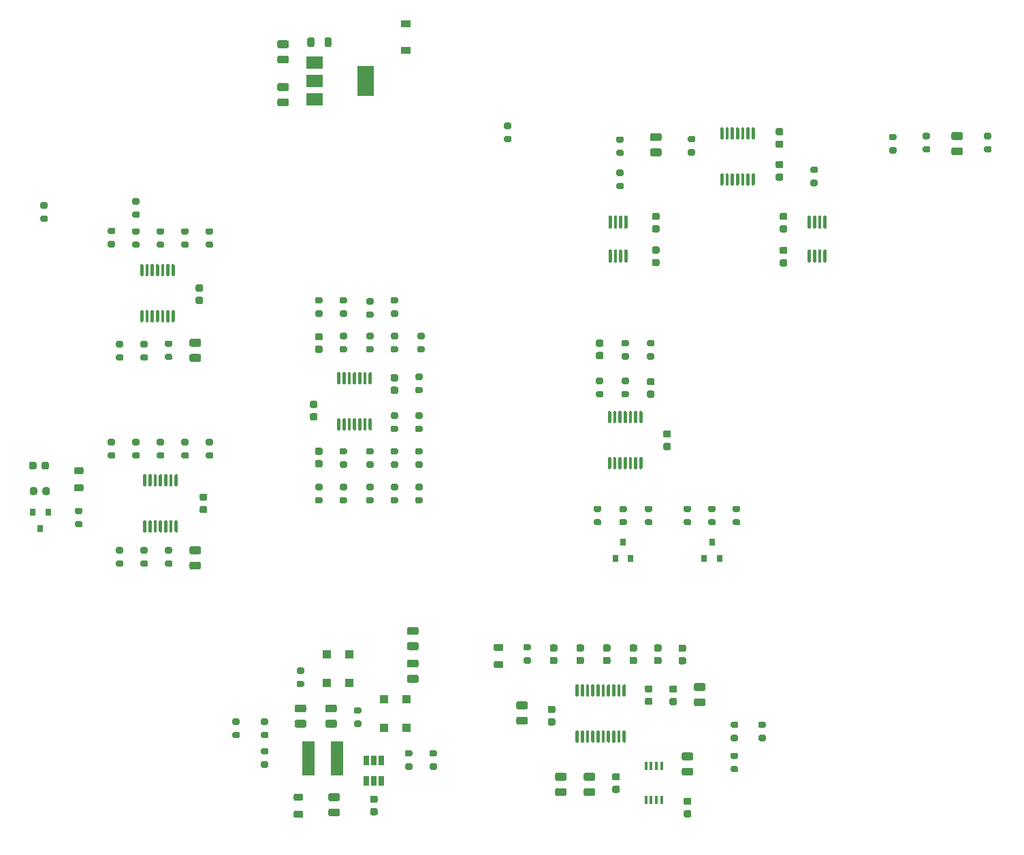
<source format=gbp>
G04 #@! TF.GenerationSoftware,KiCad,Pcbnew,5.1.10-88a1d61d58~90~ubuntu20.04.1*
G04 #@! TF.CreationDate,2021-08-08T15:21:02-04:00*
G04 #@! TF.ProjectId,stereo_whooshy_sound_main_pcb,73746572-656f-45f7-9768-6f6f7368795f,0*
G04 #@! TF.SameCoordinates,Original*
G04 #@! TF.FileFunction,Paste,Bot*
G04 #@! TF.FilePolarity,Positive*
%FSLAX46Y46*%
G04 Gerber Fmt 4.6, Leading zero omitted, Abs format (unit mm)*
G04 Created by KiCad (PCBNEW 5.1.10-88a1d61d58~90~ubuntu20.04.1) date 2021-08-08 15:21:02*
%MOMM*%
%LPD*%
G01*
G04 APERTURE LIST*
%ADD10R,0.800000X0.900000*%
%ADD11R,0.400000X1.100000*%
%ADD12R,0.650000X1.220000*%
%ADD13R,2.000000X1.500000*%
%ADD14R,2.000000X3.800000*%
%ADD15R,1.500000X4.200000*%
%ADD16R,1.100000X1.100000*%
%ADD17R,1.200000X0.900000*%
G04 APERTURE END LIST*
D10*
X87376000Y-78756000D03*
X86426000Y-80756000D03*
X88326000Y-80756000D03*
G36*
G01*
X84476000Y-75013000D02*
X83926000Y-75013000D01*
G75*
G02*
X83726000Y-74813000I0J200000D01*
G01*
X83726000Y-74413000D01*
G75*
G02*
X83926000Y-74213000I200000J0D01*
G01*
X84476000Y-74213000D01*
G75*
G02*
X84676000Y-74413000I0J-200000D01*
G01*
X84676000Y-74813000D01*
G75*
G02*
X84476000Y-75013000I-200000J0D01*
G01*
G37*
G36*
G01*
X84476000Y-76663000D02*
X83926000Y-76663000D01*
G75*
G02*
X83726000Y-76463000I0J200000D01*
G01*
X83726000Y-76063000D01*
G75*
G02*
X83926000Y-75863000I200000J0D01*
G01*
X84476000Y-75863000D01*
G75*
G02*
X84676000Y-76063000I0J-200000D01*
G01*
X84676000Y-76463000D01*
G75*
G02*
X84476000Y-76663000I-200000J0D01*
G01*
G37*
G36*
G01*
X90826000Y-75013000D02*
X90276000Y-75013000D01*
G75*
G02*
X90076000Y-74813000I0J200000D01*
G01*
X90076000Y-74413000D01*
G75*
G02*
X90276000Y-74213000I200000J0D01*
G01*
X90826000Y-74213000D01*
G75*
G02*
X91026000Y-74413000I0J-200000D01*
G01*
X91026000Y-74813000D01*
G75*
G02*
X90826000Y-75013000I-200000J0D01*
G01*
G37*
G36*
G01*
X90826000Y-76663000D02*
X90276000Y-76663000D01*
G75*
G02*
X90076000Y-76463000I0J200000D01*
G01*
X90076000Y-76063000D01*
G75*
G02*
X90276000Y-75863000I200000J0D01*
G01*
X90826000Y-75863000D01*
G75*
G02*
X91026000Y-76063000I0J-200000D01*
G01*
X91026000Y-76463000D01*
G75*
G02*
X90826000Y-76663000I-200000J0D01*
G01*
G37*
G36*
G01*
X87651000Y-75013000D02*
X87101000Y-75013000D01*
G75*
G02*
X86901000Y-74813000I0J200000D01*
G01*
X86901000Y-74413000D01*
G75*
G02*
X87101000Y-74213000I200000J0D01*
G01*
X87651000Y-74213000D01*
G75*
G02*
X87851000Y-74413000I0J-200000D01*
G01*
X87851000Y-74813000D01*
G75*
G02*
X87651000Y-75013000I-200000J0D01*
G01*
G37*
G36*
G01*
X87651000Y-76663000D02*
X87101000Y-76663000D01*
G75*
G02*
X86901000Y-76463000I0J200000D01*
G01*
X86901000Y-76063000D01*
G75*
G02*
X87101000Y-75863000I200000J0D01*
G01*
X87651000Y-75863000D01*
G75*
G02*
X87851000Y-76063000I0J-200000D01*
G01*
X87851000Y-76463000D01*
G75*
G02*
X87651000Y-76663000I-200000J0D01*
G01*
G37*
G36*
G01*
X101748000Y-75013000D02*
X101198000Y-75013000D01*
G75*
G02*
X100998000Y-74813000I0J200000D01*
G01*
X100998000Y-74413000D01*
G75*
G02*
X101198000Y-74213000I200000J0D01*
G01*
X101748000Y-74213000D01*
G75*
G02*
X101948000Y-74413000I0J-200000D01*
G01*
X101948000Y-74813000D01*
G75*
G02*
X101748000Y-75013000I-200000J0D01*
G01*
G37*
G36*
G01*
X101748000Y-76663000D02*
X101198000Y-76663000D01*
G75*
G02*
X100998000Y-76463000I0J200000D01*
G01*
X100998000Y-76063000D01*
G75*
G02*
X101198000Y-75863000I200000J0D01*
G01*
X101748000Y-75863000D01*
G75*
G02*
X101948000Y-76063000I0J-200000D01*
G01*
X101948000Y-76463000D01*
G75*
G02*
X101748000Y-76663000I-200000J0D01*
G01*
G37*
G36*
G01*
X95652000Y-75013000D02*
X95102000Y-75013000D01*
G75*
G02*
X94902000Y-74813000I0J200000D01*
G01*
X94902000Y-74413000D01*
G75*
G02*
X95102000Y-74213000I200000J0D01*
G01*
X95652000Y-74213000D01*
G75*
G02*
X95852000Y-74413000I0J-200000D01*
G01*
X95852000Y-74813000D01*
G75*
G02*
X95652000Y-75013000I-200000J0D01*
G01*
G37*
G36*
G01*
X95652000Y-76663000D02*
X95102000Y-76663000D01*
G75*
G02*
X94902000Y-76463000I0J200000D01*
G01*
X94902000Y-76063000D01*
G75*
G02*
X95102000Y-75863000I200000J0D01*
G01*
X95652000Y-75863000D01*
G75*
G02*
X95852000Y-76063000I0J-200000D01*
G01*
X95852000Y-76463000D01*
G75*
G02*
X95652000Y-76663000I-200000J0D01*
G01*
G37*
G36*
G01*
X98700000Y-75013000D02*
X98150000Y-75013000D01*
G75*
G02*
X97950000Y-74813000I0J200000D01*
G01*
X97950000Y-74413000D01*
G75*
G02*
X98150000Y-74213000I200000J0D01*
G01*
X98700000Y-74213000D01*
G75*
G02*
X98900000Y-74413000I0J-200000D01*
G01*
X98900000Y-74813000D01*
G75*
G02*
X98700000Y-75013000I-200000J0D01*
G01*
G37*
G36*
G01*
X98700000Y-76663000D02*
X98150000Y-76663000D01*
G75*
G02*
X97950000Y-76463000I0J200000D01*
G01*
X97950000Y-76063000D01*
G75*
G02*
X98150000Y-75863000I200000J0D01*
G01*
X98700000Y-75863000D01*
G75*
G02*
X98900000Y-76063000I0J-200000D01*
G01*
X98900000Y-76463000D01*
G75*
G02*
X98700000Y-76663000I-200000J0D01*
G01*
G37*
G36*
G01*
X110431000Y-42321000D02*
X110631000Y-42321000D01*
G75*
G02*
X110731000Y-42421000I0J-100000D01*
G01*
X110731000Y-43846000D01*
G75*
G02*
X110631000Y-43946000I-100000J0D01*
G01*
X110431000Y-43946000D01*
G75*
G02*
X110331000Y-43846000I0J100000D01*
G01*
X110331000Y-42421000D01*
G75*
G02*
X110431000Y-42321000I100000J0D01*
G01*
G37*
G36*
G01*
X111081000Y-42321000D02*
X111281000Y-42321000D01*
G75*
G02*
X111381000Y-42421000I0J-100000D01*
G01*
X111381000Y-43846000D01*
G75*
G02*
X111281000Y-43946000I-100000J0D01*
G01*
X111081000Y-43946000D01*
G75*
G02*
X110981000Y-43846000I0J100000D01*
G01*
X110981000Y-42421000D01*
G75*
G02*
X111081000Y-42321000I100000J0D01*
G01*
G37*
G36*
G01*
X111731000Y-42321000D02*
X111931000Y-42321000D01*
G75*
G02*
X112031000Y-42421000I0J-100000D01*
G01*
X112031000Y-43846000D01*
G75*
G02*
X111931000Y-43946000I-100000J0D01*
G01*
X111731000Y-43946000D01*
G75*
G02*
X111631000Y-43846000I0J100000D01*
G01*
X111631000Y-42421000D01*
G75*
G02*
X111731000Y-42321000I100000J0D01*
G01*
G37*
G36*
G01*
X112381000Y-42321000D02*
X112581000Y-42321000D01*
G75*
G02*
X112681000Y-42421000I0J-100000D01*
G01*
X112681000Y-43846000D01*
G75*
G02*
X112581000Y-43946000I-100000J0D01*
G01*
X112381000Y-43946000D01*
G75*
G02*
X112281000Y-43846000I0J100000D01*
G01*
X112281000Y-42421000D01*
G75*
G02*
X112381000Y-42321000I100000J0D01*
G01*
G37*
G36*
G01*
X112381000Y-38096000D02*
X112581000Y-38096000D01*
G75*
G02*
X112681000Y-38196000I0J-100000D01*
G01*
X112681000Y-39621000D01*
G75*
G02*
X112581000Y-39721000I-100000J0D01*
G01*
X112381000Y-39721000D01*
G75*
G02*
X112281000Y-39621000I0J100000D01*
G01*
X112281000Y-38196000D01*
G75*
G02*
X112381000Y-38096000I100000J0D01*
G01*
G37*
G36*
G01*
X111731000Y-38096000D02*
X111931000Y-38096000D01*
G75*
G02*
X112031000Y-38196000I0J-100000D01*
G01*
X112031000Y-39621000D01*
G75*
G02*
X111931000Y-39721000I-100000J0D01*
G01*
X111731000Y-39721000D01*
G75*
G02*
X111631000Y-39621000I0J100000D01*
G01*
X111631000Y-38196000D01*
G75*
G02*
X111731000Y-38096000I100000J0D01*
G01*
G37*
G36*
G01*
X111081000Y-38096000D02*
X111281000Y-38096000D01*
G75*
G02*
X111381000Y-38196000I0J-100000D01*
G01*
X111381000Y-39621000D01*
G75*
G02*
X111281000Y-39721000I-100000J0D01*
G01*
X111081000Y-39721000D01*
G75*
G02*
X110981000Y-39621000I0J100000D01*
G01*
X110981000Y-38196000D01*
G75*
G02*
X111081000Y-38096000I100000J0D01*
G01*
G37*
G36*
G01*
X110431000Y-38096000D02*
X110631000Y-38096000D01*
G75*
G02*
X110731000Y-38196000I0J-100000D01*
G01*
X110731000Y-39621000D01*
G75*
G02*
X110631000Y-39721000I-100000J0D01*
G01*
X110431000Y-39721000D01*
G75*
G02*
X110331000Y-39621000I0J100000D01*
G01*
X110331000Y-38196000D01*
G75*
G02*
X110431000Y-38096000I100000J0D01*
G01*
G37*
G36*
G01*
X85666000Y-38096000D02*
X85866000Y-38096000D01*
G75*
G02*
X85966000Y-38196000I0J-100000D01*
G01*
X85966000Y-39621000D01*
G75*
G02*
X85866000Y-39721000I-100000J0D01*
G01*
X85666000Y-39721000D01*
G75*
G02*
X85566000Y-39621000I0J100000D01*
G01*
X85566000Y-38196000D01*
G75*
G02*
X85666000Y-38096000I100000J0D01*
G01*
G37*
G36*
G01*
X86316000Y-38096000D02*
X86516000Y-38096000D01*
G75*
G02*
X86616000Y-38196000I0J-100000D01*
G01*
X86616000Y-39621000D01*
G75*
G02*
X86516000Y-39721000I-100000J0D01*
G01*
X86316000Y-39721000D01*
G75*
G02*
X86216000Y-39621000I0J100000D01*
G01*
X86216000Y-38196000D01*
G75*
G02*
X86316000Y-38096000I100000J0D01*
G01*
G37*
G36*
G01*
X86966000Y-38096000D02*
X87166000Y-38096000D01*
G75*
G02*
X87266000Y-38196000I0J-100000D01*
G01*
X87266000Y-39621000D01*
G75*
G02*
X87166000Y-39721000I-100000J0D01*
G01*
X86966000Y-39721000D01*
G75*
G02*
X86866000Y-39621000I0J100000D01*
G01*
X86866000Y-38196000D01*
G75*
G02*
X86966000Y-38096000I100000J0D01*
G01*
G37*
G36*
G01*
X87616000Y-38096000D02*
X87816000Y-38096000D01*
G75*
G02*
X87916000Y-38196000I0J-100000D01*
G01*
X87916000Y-39621000D01*
G75*
G02*
X87816000Y-39721000I-100000J0D01*
G01*
X87616000Y-39721000D01*
G75*
G02*
X87516000Y-39621000I0J100000D01*
G01*
X87516000Y-38196000D01*
G75*
G02*
X87616000Y-38096000I100000J0D01*
G01*
G37*
G36*
G01*
X87616000Y-42321000D02*
X87816000Y-42321000D01*
G75*
G02*
X87916000Y-42421000I0J-100000D01*
G01*
X87916000Y-43846000D01*
G75*
G02*
X87816000Y-43946000I-100000J0D01*
G01*
X87616000Y-43946000D01*
G75*
G02*
X87516000Y-43846000I0J100000D01*
G01*
X87516000Y-42421000D01*
G75*
G02*
X87616000Y-42321000I100000J0D01*
G01*
G37*
G36*
G01*
X86966000Y-42321000D02*
X87166000Y-42321000D01*
G75*
G02*
X87266000Y-42421000I0J-100000D01*
G01*
X87266000Y-43846000D01*
G75*
G02*
X87166000Y-43946000I-100000J0D01*
G01*
X86966000Y-43946000D01*
G75*
G02*
X86866000Y-43846000I0J100000D01*
G01*
X86866000Y-42421000D01*
G75*
G02*
X86966000Y-42321000I100000J0D01*
G01*
G37*
G36*
G01*
X86316000Y-42321000D02*
X86516000Y-42321000D01*
G75*
G02*
X86616000Y-42421000I0J-100000D01*
G01*
X86616000Y-43846000D01*
G75*
G02*
X86516000Y-43946000I-100000J0D01*
G01*
X86316000Y-43946000D01*
G75*
G02*
X86216000Y-43846000I0J100000D01*
G01*
X86216000Y-42421000D01*
G75*
G02*
X86316000Y-42321000I100000J0D01*
G01*
G37*
G36*
G01*
X85666000Y-42321000D02*
X85866000Y-42321000D01*
G75*
G02*
X85966000Y-42421000I0J-100000D01*
G01*
X85966000Y-43846000D01*
G75*
G02*
X85866000Y-43946000I-100000J0D01*
G01*
X85666000Y-43946000D01*
G75*
G02*
X85566000Y-43846000I0J100000D01*
G01*
X85566000Y-42421000D01*
G75*
G02*
X85666000Y-42321000I100000J0D01*
G01*
G37*
G36*
G01*
X85580000Y-68165000D02*
X85780000Y-68165000D01*
G75*
G02*
X85880000Y-68265000I0J-100000D01*
G01*
X85880000Y-69540000D01*
G75*
G02*
X85780000Y-69640000I-100000J0D01*
G01*
X85580000Y-69640000D01*
G75*
G02*
X85480000Y-69540000I0J100000D01*
G01*
X85480000Y-68265000D01*
G75*
G02*
X85580000Y-68165000I100000J0D01*
G01*
G37*
G36*
G01*
X86230000Y-68165000D02*
X86430000Y-68165000D01*
G75*
G02*
X86530000Y-68265000I0J-100000D01*
G01*
X86530000Y-69540000D01*
G75*
G02*
X86430000Y-69640000I-100000J0D01*
G01*
X86230000Y-69640000D01*
G75*
G02*
X86130000Y-69540000I0J100000D01*
G01*
X86130000Y-68265000D01*
G75*
G02*
X86230000Y-68165000I100000J0D01*
G01*
G37*
G36*
G01*
X86880000Y-68165000D02*
X87080000Y-68165000D01*
G75*
G02*
X87180000Y-68265000I0J-100000D01*
G01*
X87180000Y-69540000D01*
G75*
G02*
X87080000Y-69640000I-100000J0D01*
G01*
X86880000Y-69640000D01*
G75*
G02*
X86780000Y-69540000I0J100000D01*
G01*
X86780000Y-68265000D01*
G75*
G02*
X86880000Y-68165000I100000J0D01*
G01*
G37*
G36*
G01*
X87530000Y-68165000D02*
X87730000Y-68165000D01*
G75*
G02*
X87830000Y-68265000I0J-100000D01*
G01*
X87830000Y-69540000D01*
G75*
G02*
X87730000Y-69640000I-100000J0D01*
G01*
X87530000Y-69640000D01*
G75*
G02*
X87430000Y-69540000I0J100000D01*
G01*
X87430000Y-68265000D01*
G75*
G02*
X87530000Y-68165000I100000J0D01*
G01*
G37*
G36*
G01*
X88180000Y-68165000D02*
X88380000Y-68165000D01*
G75*
G02*
X88480000Y-68265000I0J-100000D01*
G01*
X88480000Y-69540000D01*
G75*
G02*
X88380000Y-69640000I-100000J0D01*
G01*
X88180000Y-69640000D01*
G75*
G02*
X88080000Y-69540000I0J100000D01*
G01*
X88080000Y-68265000D01*
G75*
G02*
X88180000Y-68165000I100000J0D01*
G01*
G37*
G36*
G01*
X88830000Y-68165000D02*
X89030000Y-68165000D01*
G75*
G02*
X89130000Y-68265000I0J-100000D01*
G01*
X89130000Y-69540000D01*
G75*
G02*
X89030000Y-69640000I-100000J0D01*
G01*
X88830000Y-69640000D01*
G75*
G02*
X88730000Y-69540000I0J100000D01*
G01*
X88730000Y-68265000D01*
G75*
G02*
X88830000Y-68165000I100000J0D01*
G01*
G37*
G36*
G01*
X89480000Y-68165000D02*
X89680000Y-68165000D01*
G75*
G02*
X89780000Y-68265000I0J-100000D01*
G01*
X89780000Y-69540000D01*
G75*
G02*
X89680000Y-69640000I-100000J0D01*
G01*
X89480000Y-69640000D01*
G75*
G02*
X89380000Y-69540000I0J100000D01*
G01*
X89380000Y-68265000D01*
G75*
G02*
X89480000Y-68165000I100000J0D01*
G01*
G37*
G36*
G01*
X89480000Y-62440000D02*
X89680000Y-62440000D01*
G75*
G02*
X89780000Y-62540000I0J-100000D01*
G01*
X89780000Y-63815000D01*
G75*
G02*
X89680000Y-63915000I-100000J0D01*
G01*
X89480000Y-63915000D01*
G75*
G02*
X89380000Y-63815000I0J100000D01*
G01*
X89380000Y-62540000D01*
G75*
G02*
X89480000Y-62440000I100000J0D01*
G01*
G37*
G36*
G01*
X88830000Y-62440000D02*
X89030000Y-62440000D01*
G75*
G02*
X89130000Y-62540000I0J-100000D01*
G01*
X89130000Y-63815000D01*
G75*
G02*
X89030000Y-63915000I-100000J0D01*
G01*
X88830000Y-63915000D01*
G75*
G02*
X88730000Y-63815000I0J100000D01*
G01*
X88730000Y-62540000D01*
G75*
G02*
X88830000Y-62440000I100000J0D01*
G01*
G37*
G36*
G01*
X88180000Y-62440000D02*
X88380000Y-62440000D01*
G75*
G02*
X88480000Y-62540000I0J-100000D01*
G01*
X88480000Y-63815000D01*
G75*
G02*
X88380000Y-63915000I-100000J0D01*
G01*
X88180000Y-63915000D01*
G75*
G02*
X88080000Y-63815000I0J100000D01*
G01*
X88080000Y-62540000D01*
G75*
G02*
X88180000Y-62440000I100000J0D01*
G01*
G37*
G36*
G01*
X87530000Y-62440000D02*
X87730000Y-62440000D01*
G75*
G02*
X87830000Y-62540000I0J-100000D01*
G01*
X87830000Y-63815000D01*
G75*
G02*
X87730000Y-63915000I-100000J0D01*
G01*
X87530000Y-63915000D01*
G75*
G02*
X87430000Y-63815000I0J100000D01*
G01*
X87430000Y-62540000D01*
G75*
G02*
X87530000Y-62440000I100000J0D01*
G01*
G37*
G36*
G01*
X86880000Y-62440000D02*
X87080000Y-62440000D01*
G75*
G02*
X87180000Y-62540000I0J-100000D01*
G01*
X87180000Y-63815000D01*
G75*
G02*
X87080000Y-63915000I-100000J0D01*
G01*
X86880000Y-63915000D01*
G75*
G02*
X86780000Y-63815000I0J100000D01*
G01*
X86780000Y-62540000D01*
G75*
G02*
X86880000Y-62440000I100000J0D01*
G01*
G37*
G36*
G01*
X86230000Y-62440000D02*
X86430000Y-62440000D01*
G75*
G02*
X86530000Y-62540000I0J-100000D01*
G01*
X86530000Y-63815000D01*
G75*
G02*
X86430000Y-63915000I-100000J0D01*
G01*
X86230000Y-63915000D01*
G75*
G02*
X86130000Y-63815000I0J100000D01*
G01*
X86130000Y-62540000D01*
G75*
G02*
X86230000Y-62440000I100000J0D01*
G01*
G37*
G36*
G01*
X85580000Y-62440000D02*
X85780000Y-62440000D01*
G75*
G02*
X85880000Y-62540000I0J-100000D01*
G01*
X85880000Y-63815000D01*
G75*
G02*
X85780000Y-63915000I-100000J0D01*
G01*
X85580000Y-63915000D01*
G75*
G02*
X85480000Y-63815000I0J100000D01*
G01*
X85480000Y-62540000D01*
G75*
G02*
X85580000Y-62440000I100000J0D01*
G01*
G37*
G36*
G01*
X51925000Y-63339000D02*
X52125000Y-63339000D01*
G75*
G02*
X52225000Y-63439000I0J-100000D01*
G01*
X52225000Y-64714000D01*
G75*
G02*
X52125000Y-64814000I-100000J0D01*
G01*
X51925000Y-64814000D01*
G75*
G02*
X51825000Y-64714000I0J100000D01*
G01*
X51825000Y-63439000D01*
G75*
G02*
X51925000Y-63339000I100000J0D01*
G01*
G37*
G36*
G01*
X52575000Y-63339000D02*
X52775000Y-63339000D01*
G75*
G02*
X52875000Y-63439000I0J-100000D01*
G01*
X52875000Y-64714000D01*
G75*
G02*
X52775000Y-64814000I-100000J0D01*
G01*
X52575000Y-64814000D01*
G75*
G02*
X52475000Y-64714000I0J100000D01*
G01*
X52475000Y-63439000D01*
G75*
G02*
X52575000Y-63339000I100000J0D01*
G01*
G37*
G36*
G01*
X53225000Y-63339000D02*
X53425000Y-63339000D01*
G75*
G02*
X53525000Y-63439000I0J-100000D01*
G01*
X53525000Y-64714000D01*
G75*
G02*
X53425000Y-64814000I-100000J0D01*
G01*
X53225000Y-64814000D01*
G75*
G02*
X53125000Y-64714000I0J100000D01*
G01*
X53125000Y-63439000D01*
G75*
G02*
X53225000Y-63339000I100000J0D01*
G01*
G37*
G36*
G01*
X53875000Y-63339000D02*
X54075000Y-63339000D01*
G75*
G02*
X54175000Y-63439000I0J-100000D01*
G01*
X54175000Y-64714000D01*
G75*
G02*
X54075000Y-64814000I-100000J0D01*
G01*
X53875000Y-64814000D01*
G75*
G02*
X53775000Y-64714000I0J100000D01*
G01*
X53775000Y-63439000D01*
G75*
G02*
X53875000Y-63339000I100000J0D01*
G01*
G37*
G36*
G01*
X54525000Y-63339000D02*
X54725000Y-63339000D01*
G75*
G02*
X54825000Y-63439000I0J-100000D01*
G01*
X54825000Y-64714000D01*
G75*
G02*
X54725000Y-64814000I-100000J0D01*
G01*
X54525000Y-64814000D01*
G75*
G02*
X54425000Y-64714000I0J100000D01*
G01*
X54425000Y-63439000D01*
G75*
G02*
X54525000Y-63339000I100000J0D01*
G01*
G37*
G36*
G01*
X55175000Y-63339000D02*
X55375000Y-63339000D01*
G75*
G02*
X55475000Y-63439000I0J-100000D01*
G01*
X55475000Y-64714000D01*
G75*
G02*
X55375000Y-64814000I-100000J0D01*
G01*
X55175000Y-64814000D01*
G75*
G02*
X55075000Y-64714000I0J100000D01*
G01*
X55075000Y-63439000D01*
G75*
G02*
X55175000Y-63339000I100000J0D01*
G01*
G37*
G36*
G01*
X55825000Y-63339000D02*
X56025000Y-63339000D01*
G75*
G02*
X56125000Y-63439000I0J-100000D01*
G01*
X56125000Y-64714000D01*
G75*
G02*
X56025000Y-64814000I-100000J0D01*
G01*
X55825000Y-64814000D01*
G75*
G02*
X55725000Y-64714000I0J100000D01*
G01*
X55725000Y-63439000D01*
G75*
G02*
X55825000Y-63339000I100000J0D01*
G01*
G37*
G36*
G01*
X55825000Y-57614000D02*
X56025000Y-57614000D01*
G75*
G02*
X56125000Y-57714000I0J-100000D01*
G01*
X56125000Y-58989000D01*
G75*
G02*
X56025000Y-59089000I-100000J0D01*
G01*
X55825000Y-59089000D01*
G75*
G02*
X55725000Y-58989000I0J100000D01*
G01*
X55725000Y-57714000D01*
G75*
G02*
X55825000Y-57614000I100000J0D01*
G01*
G37*
G36*
G01*
X55175000Y-57614000D02*
X55375000Y-57614000D01*
G75*
G02*
X55475000Y-57714000I0J-100000D01*
G01*
X55475000Y-58989000D01*
G75*
G02*
X55375000Y-59089000I-100000J0D01*
G01*
X55175000Y-59089000D01*
G75*
G02*
X55075000Y-58989000I0J100000D01*
G01*
X55075000Y-57714000D01*
G75*
G02*
X55175000Y-57614000I100000J0D01*
G01*
G37*
G36*
G01*
X54525000Y-57614000D02*
X54725000Y-57614000D01*
G75*
G02*
X54825000Y-57714000I0J-100000D01*
G01*
X54825000Y-58989000D01*
G75*
G02*
X54725000Y-59089000I-100000J0D01*
G01*
X54525000Y-59089000D01*
G75*
G02*
X54425000Y-58989000I0J100000D01*
G01*
X54425000Y-57714000D01*
G75*
G02*
X54525000Y-57614000I100000J0D01*
G01*
G37*
G36*
G01*
X53875000Y-57614000D02*
X54075000Y-57614000D01*
G75*
G02*
X54175000Y-57714000I0J-100000D01*
G01*
X54175000Y-58989000D01*
G75*
G02*
X54075000Y-59089000I-100000J0D01*
G01*
X53875000Y-59089000D01*
G75*
G02*
X53775000Y-58989000I0J100000D01*
G01*
X53775000Y-57714000D01*
G75*
G02*
X53875000Y-57614000I100000J0D01*
G01*
G37*
G36*
G01*
X53225000Y-57614000D02*
X53425000Y-57614000D01*
G75*
G02*
X53525000Y-57714000I0J-100000D01*
G01*
X53525000Y-58989000D01*
G75*
G02*
X53425000Y-59089000I-100000J0D01*
G01*
X53225000Y-59089000D01*
G75*
G02*
X53125000Y-58989000I0J100000D01*
G01*
X53125000Y-57714000D01*
G75*
G02*
X53225000Y-57614000I100000J0D01*
G01*
G37*
G36*
G01*
X52575000Y-57614000D02*
X52775000Y-57614000D01*
G75*
G02*
X52875000Y-57714000I0J-100000D01*
G01*
X52875000Y-58989000D01*
G75*
G02*
X52775000Y-59089000I-100000J0D01*
G01*
X52575000Y-59089000D01*
G75*
G02*
X52475000Y-58989000I0J100000D01*
G01*
X52475000Y-57714000D01*
G75*
G02*
X52575000Y-57614000I100000J0D01*
G01*
G37*
G36*
G01*
X51925000Y-57614000D02*
X52125000Y-57614000D01*
G75*
G02*
X52225000Y-57714000I0J-100000D01*
G01*
X52225000Y-58989000D01*
G75*
G02*
X52125000Y-59089000I-100000J0D01*
G01*
X51925000Y-59089000D01*
G75*
G02*
X51825000Y-58989000I0J100000D01*
G01*
X51825000Y-57714000D01*
G75*
G02*
X51925000Y-57614000I100000J0D01*
G01*
G37*
G36*
G01*
X27795000Y-76039000D02*
X27995000Y-76039000D01*
G75*
G02*
X28095000Y-76139000I0J-100000D01*
G01*
X28095000Y-77414000D01*
G75*
G02*
X27995000Y-77514000I-100000J0D01*
G01*
X27795000Y-77514000D01*
G75*
G02*
X27695000Y-77414000I0J100000D01*
G01*
X27695000Y-76139000D01*
G75*
G02*
X27795000Y-76039000I100000J0D01*
G01*
G37*
G36*
G01*
X28445000Y-76039000D02*
X28645000Y-76039000D01*
G75*
G02*
X28745000Y-76139000I0J-100000D01*
G01*
X28745000Y-77414000D01*
G75*
G02*
X28645000Y-77514000I-100000J0D01*
G01*
X28445000Y-77514000D01*
G75*
G02*
X28345000Y-77414000I0J100000D01*
G01*
X28345000Y-76139000D01*
G75*
G02*
X28445000Y-76039000I100000J0D01*
G01*
G37*
G36*
G01*
X29095000Y-76039000D02*
X29295000Y-76039000D01*
G75*
G02*
X29395000Y-76139000I0J-100000D01*
G01*
X29395000Y-77414000D01*
G75*
G02*
X29295000Y-77514000I-100000J0D01*
G01*
X29095000Y-77514000D01*
G75*
G02*
X28995000Y-77414000I0J100000D01*
G01*
X28995000Y-76139000D01*
G75*
G02*
X29095000Y-76039000I100000J0D01*
G01*
G37*
G36*
G01*
X29745000Y-76039000D02*
X29945000Y-76039000D01*
G75*
G02*
X30045000Y-76139000I0J-100000D01*
G01*
X30045000Y-77414000D01*
G75*
G02*
X29945000Y-77514000I-100000J0D01*
G01*
X29745000Y-77514000D01*
G75*
G02*
X29645000Y-77414000I0J100000D01*
G01*
X29645000Y-76139000D01*
G75*
G02*
X29745000Y-76039000I100000J0D01*
G01*
G37*
G36*
G01*
X30395000Y-76039000D02*
X30595000Y-76039000D01*
G75*
G02*
X30695000Y-76139000I0J-100000D01*
G01*
X30695000Y-77414000D01*
G75*
G02*
X30595000Y-77514000I-100000J0D01*
G01*
X30395000Y-77514000D01*
G75*
G02*
X30295000Y-77414000I0J100000D01*
G01*
X30295000Y-76139000D01*
G75*
G02*
X30395000Y-76039000I100000J0D01*
G01*
G37*
G36*
G01*
X31045000Y-76039000D02*
X31245000Y-76039000D01*
G75*
G02*
X31345000Y-76139000I0J-100000D01*
G01*
X31345000Y-77414000D01*
G75*
G02*
X31245000Y-77514000I-100000J0D01*
G01*
X31045000Y-77514000D01*
G75*
G02*
X30945000Y-77414000I0J100000D01*
G01*
X30945000Y-76139000D01*
G75*
G02*
X31045000Y-76039000I100000J0D01*
G01*
G37*
G36*
G01*
X31695000Y-76039000D02*
X31895000Y-76039000D01*
G75*
G02*
X31995000Y-76139000I0J-100000D01*
G01*
X31995000Y-77414000D01*
G75*
G02*
X31895000Y-77514000I-100000J0D01*
G01*
X31695000Y-77514000D01*
G75*
G02*
X31595000Y-77414000I0J100000D01*
G01*
X31595000Y-76139000D01*
G75*
G02*
X31695000Y-76039000I100000J0D01*
G01*
G37*
G36*
G01*
X31695000Y-70314000D02*
X31895000Y-70314000D01*
G75*
G02*
X31995000Y-70414000I0J-100000D01*
G01*
X31995000Y-71689000D01*
G75*
G02*
X31895000Y-71789000I-100000J0D01*
G01*
X31695000Y-71789000D01*
G75*
G02*
X31595000Y-71689000I0J100000D01*
G01*
X31595000Y-70414000D01*
G75*
G02*
X31695000Y-70314000I100000J0D01*
G01*
G37*
G36*
G01*
X31045000Y-70314000D02*
X31245000Y-70314000D01*
G75*
G02*
X31345000Y-70414000I0J-100000D01*
G01*
X31345000Y-71689000D01*
G75*
G02*
X31245000Y-71789000I-100000J0D01*
G01*
X31045000Y-71789000D01*
G75*
G02*
X30945000Y-71689000I0J100000D01*
G01*
X30945000Y-70414000D01*
G75*
G02*
X31045000Y-70314000I100000J0D01*
G01*
G37*
G36*
G01*
X30395000Y-70314000D02*
X30595000Y-70314000D01*
G75*
G02*
X30695000Y-70414000I0J-100000D01*
G01*
X30695000Y-71689000D01*
G75*
G02*
X30595000Y-71789000I-100000J0D01*
G01*
X30395000Y-71789000D01*
G75*
G02*
X30295000Y-71689000I0J100000D01*
G01*
X30295000Y-70414000D01*
G75*
G02*
X30395000Y-70314000I100000J0D01*
G01*
G37*
G36*
G01*
X29745000Y-70314000D02*
X29945000Y-70314000D01*
G75*
G02*
X30045000Y-70414000I0J-100000D01*
G01*
X30045000Y-71689000D01*
G75*
G02*
X29945000Y-71789000I-100000J0D01*
G01*
X29745000Y-71789000D01*
G75*
G02*
X29645000Y-71689000I0J100000D01*
G01*
X29645000Y-70414000D01*
G75*
G02*
X29745000Y-70314000I100000J0D01*
G01*
G37*
G36*
G01*
X29095000Y-70314000D02*
X29295000Y-70314000D01*
G75*
G02*
X29395000Y-70414000I0J-100000D01*
G01*
X29395000Y-71689000D01*
G75*
G02*
X29295000Y-71789000I-100000J0D01*
G01*
X29095000Y-71789000D01*
G75*
G02*
X28995000Y-71689000I0J100000D01*
G01*
X28995000Y-70414000D01*
G75*
G02*
X29095000Y-70314000I100000J0D01*
G01*
G37*
G36*
G01*
X28445000Y-70314000D02*
X28645000Y-70314000D01*
G75*
G02*
X28745000Y-70414000I0J-100000D01*
G01*
X28745000Y-71689000D01*
G75*
G02*
X28645000Y-71789000I-100000J0D01*
G01*
X28445000Y-71789000D01*
G75*
G02*
X28345000Y-71689000I0J100000D01*
G01*
X28345000Y-70414000D01*
G75*
G02*
X28445000Y-70314000I100000J0D01*
G01*
G37*
G36*
G01*
X27795000Y-70314000D02*
X27995000Y-70314000D01*
G75*
G02*
X28095000Y-70414000I0J-100000D01*
G01*
X28095000Y-71689000D01*
G75*
G02*
X27995000Y-71789000I-100000J0D01*
G01*
X27795000Y-71789000D01*
G75*
G02*
X27695000Y-71689000I0J100000D01*
G01*
X27695000Y-70414000D01*
G75*
G02*
X27795000Y-70314000I100000J0D01*
G01*
G37*
G36*
G01*
X27414000Y-49877000D02*
X27614000Y-49877000D01*
G75*
G02*
X27714000Y-49977000I0J-100000D01*
G01*
X27714000Y-51252000D01*
G75*
G02*
X27614000Y-51352000I-100000J0D01*
G01*
X27414000Y-51352000D01*
G75*
G02*
X27314000Y-51252000I0J100000D01*
G01*
X27314000Y-49977000D01*
G75*
G02*
X27414000Y-49877000I100000J0D01*
G01*
G37*
G36*
G01*
X28064000Y-49877000D02*
X28264000Y-49877000D01*
G75*
G02*
X28364000Y-49977000I0J-100000D01*
G01*
X28364000Y-51252000D01*
G75*
G02*
X28264000Y-51352000I-100000J0D01*
G01*
X28064000Y-51352000D01*
G75*
G02*
X27964000Y-51252000I0J100000D01*
G01*
X27964000Y-49977000D01*
G75*
G02*
X28064000Y-49877000I100000J0D01*
G01*
G37*
G36*
G01*
X28714000Y-49877000D02*
X28914000Y-49877000D01*
G75*
G02*
X29014000Y-49977000I0J-100000D01*
G01*
X29014000Y-51252000D01*
G75*
G02*
X28914000Y-51352000I-100000J0D01*
G01*
X28714000Y-51352000D01*
G75*
G02*
X28614000Y-51252000I0J100000D01*
G01*
X28614000Y-49977000D01*
G75*
G02*
X28714000Y-49877000I100000J0D01*
G01*
G37*
G36*
G01*
X29364000Y-49877000D02*
X29564000Y-49877000D01*
G75*
G02*
X29664000Y-49977000I0J-100000D01*
G01*
X29664000Y-51252000D01*
G75*
G02*
X29564000Y-51352000I-100000J0D01*
G01*
X29364000Y-51352000D01*
G75*
G02*
X29264000Y-51252000I0J100000D01*
G01*
X29264000Y-49977000D01*
G75*
G02*
X29364000Y-49877000I100000J0D01*
G01*
G37*
G36*
G01*
X30014000Y-49877000D02*
X30214000Y-49877000D01*
G75*
G02*
X30314000Y-49977000I0J-100000D01*
G01*
X30314000Y-51252000D01*
G75*
G02*
X30214000Y-51352000I-100000J0D01*
G01*
X30014000Y-51352000D01*
G75*
G02*
X29914000Y-51252000I0J100000D01*
G01*
X29914000Y-49977000D01*
G75*
G02*
X30014000Y-49877000I100000J0D01*
G01*
G37*
G36*
G01*
X30664000Y-49877000D02*
X30864000Y-49877000D01*
G75*
G02*
X30964000Y-49977000I0J-100000D01*
G01*
X30964000Y-51252000D01*
G75*
G02*
X30864000Y-51352000I-100000J0D01*
G01*
X30664000Y-51352000D01*
G75*
G02*
X30564000Y-51252000I0J100000D01*
G01*
X30564000Y-49977000D01*
G75*
G02*
X30664000Y-49877000I100000J0D01*
G01*
G37*
G36*
G01*
X31314000Y-49877000D02*
X31514000Y-49877000D01*
G75*
G02*
X31614000Y-49977000I0J-100000D01*
G01*
X31614000Y-51252000D01*
G75*
G02*
X31514000Y-51352000I-100000J0D01*
G01*
X31314000Y-51352000D01*
G75*
G02*
X31214000Y-51252000I0J100000D01*
G01*
X31214000Y-49977000D01*
G75*
G02*
X31314000Y-49877000I100000J0D01*
G01*
G37*
G36*
G01*
X31314000Y-44152000D02*
X31514000Y-44152000D01*
G75*
G02*
X31614000Y-44252000I0J-100000D01*
G01*
X31614000Y-45527000D01*
G75*
G02*
X31514000Y-45627000I-100000J0D01*
G01*
X31314000Y-45627000D01*
G75*
G02*
X31214000Y-45527000I0J100000D01*
G01*
X31214000Y-44252000D01*
G75*
G02*
X31314000Y-44152000I100000J0D01*
G01*
G37*
G36*
G01*
X30664000Y-44152000D02*
X30864000Y-44152000D01*
G75*
G02*
X30964000Y-44252000I0J-100000D01*
G01*
X30964000Y-45527000D01*
G75*
G02*
X30864000Y-45627000I-100000J0D01*
G01*
X30664000Y-45627000D01*
G75*
G02*
X30564000Y-45527000I0J100000D01*
G01*
X30564000Y-44252000D01*
G75*
G02*
X30664000Y-44152000I100000J0D01*
G01*
G37*
G36*
G01*
X30014000Y-44152000D02*
X30214000Y-44152000D01*
G75*
G02*
X30314000Y-44252000I0J-100000D01*
G01*
X30314000Y-45527000D01*
G75*
G02*
X30214000Y-45627000I-100000J0D01*
G01*
X30014000Y-45627000D01*
G75*
G02*
X29914000Y-45527000I0J100000D01*
G01*
X29914000Y-44252000D01*
G75*
G02*
X30014000Y-44152000I100000J0D01*
G01*
G37*
G36*
G01*
X29364000Y-44152000D02*
X29564000Y-44152000D01*
G75*
G02*
X29664000Y-44252000I0J-100000D01*
G01*
X29664000Y-45527000D01*
G75*
G02*
X29564000Y-45627000I-100000J0D01*
G01*
X29364000Y-45627000D01*
G75*
G02*
X29264000Y-45527000I0J100000D01*
G01*
X29264000Y-44252000D01*
G75*
G02*
X29364000Y-44152000I100000J0D01*
G01*
G37*
G36*
G01*
X28714000Y-44152000D02*
X28914000Y-44152000D01*
G75*
G02*
X29014000Y-44252000I0J-100000D01*
G01*
X29014000Y-45527000D01*
G75*
G02*
X28914000Y-45627000I-100000J0D01*
G01*
X28714000Y-45627000D01*
G75*
G02*
X28614000Y-45527000I0J100000D01*
G01*
X28614000Y-44252000D01*
G75*
G02*
X28714000Y-44152000I100000J0D01*
G01*
G37*
G36*
G01*
X28064000Y-44152000D02*
X28264000Y-44152000D01*
G75*
G02*
X28364000Y-44252000I0J-100000D01*
G01*
X28364000Y-45527000D01*
G75*
G02*
X28264000Y-45627000I-100000J0D01*
G01*
X28064000Y-45627000D01*
G75*
G02*
X27964000Y-45527000I0J100000D01*
G01*
X27964000Y-44252000D01*
G75*
G02*
X28064000Y-44152000I100000J0D01*
G01*
G37*
G36*
G01*
X27414000Y-44152000D02*
X27614000Y-44152000D01*
G75*
G02*
X27714000Y-44252000I0J-100000D01*
G01*
X27714000Y-45527000D01*
G75*
G02*
X27614000Y-45627000I-100000J0D01*
G01*
X27414000Y-45627000D01*
G75*
G02*
X27314000Y-45527000I0J100000D01*
G01*
X27314000Y-44252000D01*
G75*
G02*
X27414000Y-44152000I100000J0D01*
G01*
G37*
G36*
G01*
X99550000Y-32859000D02*
X99750000Y-32859000D01*
G75*
G02*
X99850000Y-32959000I0J-100000D01*
G01*
X99850000Y-34234000D01*
G75*
G02*
X99750000Y-34334000I-100000J0D01*
G01*
X99550000Y-34334000D01*
G75*
G02*
X99450000Y-34234000I0J100000D01*
G01*
X99450000Y-32959000D01*
G75*
G02*
X99550000Y-32859000I100000J0D01*
G01*
G37*
G36*
G01*
X100200000Y-32859000D02*
X100400000Y-32859000D01*
G75*
G02*
X100500000Y-32959000I0J-100000D01*
G01*
X100500000Y-34234000D01*
G75*
G02*
X100400000Y-34334000I-100000J0D01*
G01*
X100200000Y-34334000D01*
G75*
G02*
X100100000Y-34234000I0J100000D01*
G01*
X100100000Y-32959000D01*
G75*
G02*
X100200000Y-32859000I100000J0D01*
G01*
G37*
G36*
G01*
X100850000Y-32859000D02*
X101050000Y-32859000D01*
G75*
G02*
X101150000Y-32959000I0J-100000D01*
G01*
X101150000Y-34234000D01*
G75*
G02*
X101050000Y-34334000I-100000J0D01*
G01*
X100850000Y-34334000D01*
G75*
G02*
X100750000Y-34234000I0J100000D01*
G01*
X100750000Y-32959000D01*
G75*
G02*
X100850000Y-32859000I100000J0D01*
G01*
G37*
G36*
G01*
X101500000Y-32859000D02*
X101700000Y-32859000D01*
G75*
G02*
X101800000Y-32959000I0J-100000D01*
G01*
X101800000Y-34234000D01*
G75*
G02*
X101700000Y-34334000I-100000J0D01*
G01*
X101500000Y-34334000D01*
G75*
G02*
X101400000Y-34234000I0J100000D01*
G01*
X101400000Y-32959000D01*
G75*
G02*
X101500000Y-32859000I100000J0D01*
G01*
G37*
G36*
G01*
X102150000Y-32859000D02*
X102350000Y-32859000D01*
G75*
G02*
X102450000Y-32959000I0J-100000D01*
G01*
X102450000Y-34234000D01*
G75*
G02*
X102350000Y-34334000I-100000J0D01*
G01*
X102150000Y-34334000D01*
G75*
G02*
X102050000Y-34234000I0J100000D01*
G01*
X102050000Y-32959000D01*
G75*
G02*
X102150000Y-32859000I100000J0D01*
G01*
G37*
G36*
G01*
X102800000Y-32859000D02*
X103000000Y-32859000D01*
G75*
G02*
X103100000Y-32959000I0J-100000D01*
G01*
X103100000Y-34234000D01*
G75*
G02*
X103000000Y-34334000I-100000J0D01*
G01*
X102800000Y-34334000D01*
G75*
G02*
X102700000Y-34234000I0J100000D01*
G01*
X102700000Y-32959000D01*
G75*
G02*
X102800000Y-32859000I100000J0D01*
G01*
G37*
G36*
G01*
X103450000Y-32859000D02*
X103650000Y-32859000D01*
G75*
G02*
X103750000Y-32959000I0J-100000D01*
G01*
X103750000Y-34234000D01*
G75*
G02*
X103650000Y-34334000I-100000J0D01*
G01*
X103450000Y-34334000D01*
G75*
G02*
X103350000Y-34234000I0J100000D01*
G01*
X103350000Y-32959000D01*
G75*
G02*
X103450000Y-32859000I100000J0D01*
G01*
G37*
G36*
G01*
X103450000Y-27134000D02*
X103650000Y-27134000D01*
G75*
G02*
X103750000Y-27234000I0J-100000D01*
G01*
X103750000Y-28509000D01*
G75*
G02*
X103650000Y-28609000I-100000J0D01*
G01*
X103450000Y-28609000D01*
G75*
G02*
X103350000Y-28509000I0J100000D01*
G01*
X103350000Y-27234000D01*
G75*
G02*
X103450000Y-27134000I100000J0D01*
G01*
G37*
G36*
G01*
X102800000Y-27134000D02*
X103000000Y-27134000D01*
G75*
G02*
X103100000Y-27234000I0J-100000D01*
G01*
X103100000Y-28509000D01*
G75*
G02*
X103000000Y-28609000I-100000J0D01*
G01*
X102800000Y-28609000D01*
G75*
G02*
X102700000Y-28509000I0J100000D01*
G01*
X102700000Y-27234000D01*
G75*
G02*
X102800000Y-27134000I100000J0D01*
G01*
G37*
G36*
G01*
X102150000Y-27134000D02*
X102350000Y-27134000D01*
G75*
G02*
X102450000Y-27234000I0J-100000D01*
G01*
X102450000Y-28509000D01*
G75*
G02*
X102350000Y-28609000I-100000J0D01*
G01*
X102150000Y-28609000D01*
G75*
G02*
X102050000Y-28509000I0J100000D01*
G01*
X102050000Y-27234000D01*
G75*
G02*
X102150000Y-27134000I100000J0D01*
G01*
G37*
G36*
G01*
X101500000Y-27134000D02*
X101700000Y-27134000D01*
G75*
G02*
X101800000Y-27234000I0J-100000D01*
G01*
X101800000Y-28509000D01*
G75*
G02*
X101700000Y-28609000I-100000J0D01*
G01*
X101500000Y-28609000D01*
G75*
G02*
X101400000Y-28509000I0J100000D01*
G01*
X101400000Y-27234000D01*
G75*
G02*
X101500000Y-27134000I100000J0D01*
G01*
G37*
G36*
G01*
X100850000Y-27134000D02*
X101050000Y-27134000D01*
G75*
G02*
X101150000Y-27234000I0J-100000D01*
G01*
X101150000Y-28509000D01*
G75*
G02*
X101050000Y-28609000I-100000J0D01*
G01*
X100850000Y-28609000D01*
G75*
G02*
X100750000Y-28509000I0J100000D01*
G01*
X100750000Y-27234000D01*
G75*
G02*
X100850000Y-27134000I100000J0D01*
G01*
G37*
G36*
G01*
X100200000Y-27134000D02*
X100400000Y-27134000D01*
G75*
G02*
X100500000Y-27234000I0J-100000D01*
G01*
X100500000Y-28509000D01*
G75*
G02*
X100400000Y-28609000I-100000J0D01*
G01*
X100200000Y-28609000D01*
G75*
G02*
X100100000Y-28509000I0J100000D01*
G01*
X100100000Y-27234000D01*
G75*
G02*
X100200000Y-27134000I100000J0D01*
G01*
G37*
G36*
G01*
X99550000Y-27134000D02*
X99750000Y-27134000D01*
G75*
G02*
X99850000Y-27234000I0J-100000D01*
G01*
X99850000Y-28509000D01*
G75*
G02*
X99750000Y-28609000I-100000J0D01*
G01*
X99550000Y-28609000D01*
G75*
G02*
X99450000Y-28509000I0J100000D01*
G01*
X99450000Y-27234000D01*
G75*
G02*
X99550000Y-27134000I100000J0D01*
G01*
G37*
X98425000Y-78756000D03*
X97475000Y-80756000D03*
X99375000Y-80756000D03*
G36*
G01*
X55605000Y-68687000D02*
X56155000Y-68687000D01*
G75*
G02*
X56355000Y-68887000I0J-200000D01*
G01*
X56355000Y-69287000D01*
G75*
G02*
X56155000Y-69487000I-200000J0D01*
G01*
X55605000Y-69487000D01*
G75*
G02*
X55405000Y-69287000I0J200000D01*
G01*
X55405000Y-68887000D01*
G75*
G02*
X55605000Y-68687000I200000J0D01*
G01*
G37*
G36*
G01*
X55605000Y-67037000D02*
X56155000Y-67037000D01*
G75*
G02*
X56355000Y-67237000I0J-200000D01*
G01*
X56355000Y-67637000D01*
G75*
G02*
X56155000Y-67837000I-200000J0D01*
G01*
X55605000Y-67837000D01*
G75*
G02*
X55405000Y-67637000I0J200000D01*
G01*
X55405000Y-67237000D01*
G75*
G02*
X55605000Y-67037000I200000J0D01*
G01*
G37*
G36*
G01*
X55605000Y-73132000D02*
X56155000Y-73132000D01*
G75*
G02*
X56355000Y-73332000I0J-200000D01*
G01*
X56355000Y-73732000D01*
G75*
G02*
X56155000Y-73932000I-200000J0D01*
G01*
X55605000Y-73932000D01*
G75*
G02*
X55405000Y-73732000I0J200000D01*
G01*
X55405000Y-73332000D01*
G75*
G02*
X55605000Y-73132000I200000J0D01*
G01*
G37*
G36*
G01*
X55605000Y-71482000D02*
X56155000Y-71482000D01*
G75*
G02*
X56355000Y-71682000I0J-200000D01*
G01*
X56355000Y-72082000D01*
G75*
G02*
X56155000Y-72282000I-200000J0D01*
G01*
X55605000Y-72282000D01*
G75*
G02*
X55405000Y-72082000I0J200000D01*
G01*
X55405000Y-71682000D01*
G75*
G02*
X55605000Y-71482000I200000J0D01*
G01*
G37*
G36*
G01*
X58653000Y-64242000D02*
X59203000Y-64242000D01*
G75*
G02*
X59403000Y-64442000I0J-200000D01*
G01*
X59403000Y-64842000D01*
G75*
G02*
X59203000Y-65042000I-200000J0D01*
G01*
X58653000Y-65042000D01*
G75*
G02*
X58453000Y-64842000I0J200000D01*
G01*
X58453000Y-64442000D01*
G75*
G02*
X58653000Y-64242000I200000J0D01*
G01*
G37*
G36*
G01*
X58653000Y-62592000D02*
X59203000Y-62592000D01*
G75*
G02*
X59403000Y-62792000I0J-200000D01*
G01*
X59403000Y-63192000D01*
G75*
G02*
X59203000Y-63392000I-200000J0D01*
G01*
X58653000Y-63392000D01*
G75*
G02*
X58453000Y-63192000I0J200000D01*
G01*
X58453000Y-62792000D01*
G75*
G02*
X58653000Y-62592000I200000J0D01*
G01*
G37*
G36*
G01*
X62505000Y-53487000D02*
X61955000Y-53487000D01*
G75*
G02*
X61755000Y-53287000I0J200000D01*
G01*
X61755000Y-52887000D01*
G75*
G02*
X61955000Y-52687000I200000J0D01*
G01*
X62505000Y-52687000D01*
G75*
G02*
X62705000Y-52887000I0J-200000D01*
G01*
X62705000Y-53287000D01*
G75*
G02*
X62505000Y-53487000I-200000J0D01*
G01*
G37*
G36*
G01*
X62505000Y-55137000D02*
X61955000Y-55137000D01*
G75*
G02*
X61755000Y-54937000I0J200000D01*
G01*
X61755000Y-54537000D01*
G75*
G02*
X61955000Y-54337000I200000J0D01*
G01*
X62505000Y-54337000D01*
G75*
G02*
X62705000Y-54537000I0J-200000D01*
G01*
X62705000Y-54937000D01*
G75*
G02*
X62505000Y-55137000I-200000J0D01*
G01*
G37*
G36*
G01*
X61701000Y-68687000D02*
X62251000Y-68687000D01*
G75*
G02*
X62451000Y-68887000I0J-200000D01*
G01*
X62451000Y-69287000D01*
G75*
G02*
X62251000Y-69487000I-200000J0D01*
G01*
X61701000Y-69487000D01*
G75*
G02*
X61501000Y-69287000I0J200000D01*
G01*
X61501000Y-68887000D01*
G75*
G02*
X61701000Y-68687000I200000J0D01*
G01*
G37*
G36*
G01*
X61701000Y-67037000D02*
X62251000Y-67037000D01*
G75*
G02*
X62451000Y-67237000I0J-200000D01*
G01*
X62451000Y-67637000D01*
G75*
G02*
X62251000Y-67837000I-200000J0D01*
G01*
X61701000Y-67837000D01*
G75*
G02*
X61501000Y-67637000I0J200000D01*
G01*
X61501000Y-67237000D01*
G75*
G02*
X61701000Y-67037000I200000J0D01*
G01*
G37*
G36*
G01*
X58653000Y-68687000D02*
X59203000Y-68687000D01*
G75*
G02*
X59403000Y-68887000I0J-200000D01*
G01*
X59403000Y-69287000D01*
G75*
G02*
X59203000Y-69487000I-200000J0D01*
G01*
X58653000Y-69487000D01*
G75*
G02*
X58453000Y-69287000I0J200000D01*
G01*
X58453000Y-68887000D01*
G75*
G02*
X58653000Y-68687000I200000J0D01*
G01*
G37*
G36*
G01*
X58653000Y-67037000D02*
X59203000Y-67037000D01*
G75*
G02*
X59403000Y-67237000I0J-200000D01*
G01*
X59403000Y-67637000D01*
G75*
G02*
X59203000Y-67837000I-200000J0D01*
G01*
X58653000Y-67837000D01*
G75*
G02*
X58453000Y-67637000I0J200000D01*
G01*
X58453000Y-67237000D01*
G75*
G02*
X58653000Y-67037000I200000J0D01*
G01*
G37*
G36*
G01*
X101494000Y-105747000D02*
X100944000Y-105747000D01*
G75*
G02*
X100744000Y-105547000I0J200000D01*
G01*
X100744000Y-105147000D01*
G75*
G02*
X100944000Y-104947000I200000J0D01*
G01*
X101494000Y-104947000D01*
G75*
G02*
X101694000Y-105147000I0J-200000D01*
G01*
X101694000Y-105547000D01*
G75*
G02*
X101494000Y-105747000I-200000J0D01*
G01*
G37*
G36*
G01*
X101494000Y-107397000D02*
X100944000Y-107397000D01*
G75*
G02*
X100744000Y-107197000I0J200000D01*
G01*
X100744000Y-106797000D01*
G75*
G02*
X100944000Y-106597000I200000J0D01*
G01*
X101494000Y-106597000D01*
G75*
G02*
X101694000Y-106797000I0J-200000D01*
G01*
X101694000Y-107197000D01*
G75*
G02*
X101494000Y-107397000I-200000J0D01*
G01*
G37*
G36*
G01*
X43074000Y-105176000D02*
X42524000Y-105176000D01*
G75*
G02*
X42324000Y-104976000I0J200000D01*
G01*
X42324000Y-104576000D01*
G75*
G02*
X42524000Y-104376000I200000J0D01*
G01*
X43074000Y-104376000D01*
G75*
G02*
X43274000Y-104576000I0J-200000D01*
G01*
X43274000Y-104976000D01*
G75*
G02*
X43074000Y-105176000I-200000J0D01*
G01*
G37*
G36*
G01*
X43074000Y-106826000D02*
X42524000Y-106826000D01*
G75*
G02*
X42324000Y-106626000I0J200000D01*
G01*
X42324000Y-106226000D01*
G75*
G02*
X42524000Y-106026000I200000J0D01*
G01*
X43074000Y-106026000D01*
G75*
G02*
X43274000Y-106226000I0J-200000D01*
G01*
X43274000Y-106626000D01*
G75*
G02*
X43074000Y-106826000I-200000J0D01*
G01*
G37*
G36*
G01*
X91690000Y-42842000D02*
X91190000Y-42842000D01*
G75*
G02*
X90965000Y-42617000I0J225000D01*
G01*
X90965000Y-42167000D01*
G75*
G02*
X91190000Y-41942000I225000J0D01*
G01*
X91690000Y-41942000D01*
G75*
G02*
X91915000Y-42167000I0J-225000D01*
G01*
X91915000Y-42617000D01*
G75*
G02*
X91690000Y-42842000I-225000J0D01*
G01*
G37*
G36*
G01*
X91690000Y-44392000D02*
X91190000Y-44392000D01*
G75*
G02*
X90965000Y-44167000I0J225000D01*
G01*
X90965000Y-43717000D01*
G75*
G02*
X91190000Y-43492000I225000J0D01*
G01*
X91690000Y-43492000D01*
G75*
G02*
X91915000Y-43717000I0J-225000D01*
G01*
X91915000Y-44167000D01*
G75*
G02*
X91690000Y-44392000I-225000J0D01*
G01*
G37*
G36*
G01*
X91690000Y-38651000D02*
X91190000Y-38651000D01*
G75*
G02*
X90965000Y-38426000I0J225000D01*
G01*
X90965000Y-37976000D01*
G75*
G02*
X91190000Y-37751000I225000J0D01*
G01*
X91690000Y-37751000D01*
G75*
G02*
X91915000Y-37976000I0J-225000D01*
G01*
X91915000Y-38426000D01*
G75*
G02*
X91690000Y-38651000I-225000J0D01*
G01*
G37*
G36*
G01*
X91690000Y-40201000D02*
X91190000Y-40201000D01*
G75*
G02*
X90965000Y-39976000I0J225000D01*
G01*
X90965000Y-39526000D01*
G75*
G02*
X91190000Y-39301000I225000J0D01*
G01*
X91690000Y-39301000D01*
G75*
G02*
X91915000Y-39526000I0J-225000D01*
G01*
X91915000Y-39976000D01*
G75*
G02*
X91690000Y-40201000I-225000J0D01*
G01*
G37*
G36*
G01*
X107565000Y-42868000D02*
X107065000Y-42868000D01*
G75*
G02*
X106840000Y-42643000I0J225000D01*
G01*
X106840000Y-42193000D01*
G75*
G02*
X107065000Y-41968000I225000J0D01*
G01*
X107565000Y-41968000D01*
G75*
G02*
X107790000Y-42193000I0J-225000D01*
G01*
X107790000Y-42643000D01*
G75*
G02*
X107565000Y-42868000I-225000J0D01*
G01*
G37*
G36*
G01*
X107565000Y-44418000D02*
X107065000Y-44418000D01*
G75*
G02*
X106840000Y-44193000I0J225000D01*
G01*
X106840000Y-43743000D01*
G75*
G02*
X107065000Y-43518000I225000J0D01*
G01*
X107565000Y-43518000D01*
G75*
G02*
X107790000Y-43743000I0J-225000D01*
G01*
X107790000Y-44193000D01*
G75*
G02*
X107565000Y-44418000I-225000J0D01*
G01*
G37*
G36*
G01*
X107565000Y-38651000D02*
X107065000Y-38651000D01*
G75*
G02*
X106840000Y-38426000I0J225000D01*
G01*
X106840000Y-37976000D01*
G75*
G02*
X107065000Y-37751000I225000J0D01*
G01*
X107565000Y-37751000D01*
G75*
G02*
X107790000Y-37976000I0J-225000D01*
G01*
X107790000Y-38426000D01*
G75*
G02*
X107565000Y-38651000I-225000J0D01*
G01*
G37*
G36*
G01*
X107565000Y-40201000D02*
X107065000Y-40201000D01*
G75*
G02*
X106840000Y-39976000I0J225000D01*
G01*
X106840000Y-39526000D01*
G75*
G02*
X107065000Y-39301000I225000J0D01*
G01*
X107565000Y-39301000D01*
G75*
G02*
X107790000Y-39526000I0J-225000D01*
G01*
X107790000Y-39976000D01*
G75*
G02*
X107565000Y-40201000I-225000J0D01*
G01*
G37*
G36*
G01*
X92587000Y-66378000D02*
X93087000Y-66378000D01*
G75*
G02*
X93312000Y-66603000I0J-225000D01*
G01*
X93312000Y-67053000D01*
G75*
G02*
X93087000Y-67278000I-225000J0D01*
G01*
X92587000Y-67278000D01*
G75*
G02*
X92362000Y-67053000I0J225000D01*
G01*
X92362000Y-66603000D01*
G75*
G02*
X92587000Y-66378000I225000J0D01*
G01*
G37*
G36*
G01*
X92587000Y-64828000D02*
X93087000Y-64828000D01*
G75*
G02*
X93312000Y-65053000I0J-225000D01*
G01*
X93312000Y-65503000D01*
G75*
G02*
X93087000Y-65728000I-225000J0D01*
G01*
X92587000Y-65728000D01*
G75*
G02*
X92362000Y-65503000I0J225000D01*
G01*
X92362000Y-65053000D01*
G75*
G02*
X92587000Y-64828000I225000J0D01*
G01*
G37*
G36*
G01*
X48645000Y-62695000D02*
X49145000Y-62695000D01*
G75*
G02*
X49370000Y-62920000I0J-225000D01*
G01*
X49370000Y-63370000D01*
G75*
G02*
X49145000Y-63595000I-225000J0D01*
G01*
X48645000Y-63595000D01*
G75*
G02*
X48420000Y-63370000I0J225000D01*
G01*
X48420000Y-62920000D01*
G75*
G02*
X48645000Y-62695000I225000J0D01*
G01*
G37*
G36*
G01*
X48645000Y-61145000D02*
X49145000Y-61145000D01*
G75*
G02*
X49370000Y-61370000I0J-225000D01*
G01*
X49370000Y-61820000D01*
G75*
G02*
X49145000Y-62045000I-225000J0D01*
G01*
X48645000Y-62045000D01*
G75*
G02*
X48420000Y-61820000I0J225000D01*
G01*
X48420000Y-61370000D01*
G75*
G02*
X48645000Y-61145000I225000J0D01*
G01*
G37*
G36*
G01*
X24490000Y-81006000D02*
X25040000Y-81006000D01*
G75*
G02*
X25240000Y-81206000I0J-200000D01*
G01*
X25240000Y-81606000D01*
G75*
G02*
X25040000Y-81806000I-200000J0D01*
G01*
X24490000Y-81806000D01*
G75*
G02*
X24290000Y-81606000I0J200000D01*
G01*
X24290000Y-81206000D01*
G75*
G02*
X24490000Y-81006000I200000J0D01*
G01*
G37*
G36*
G01*
X24490000Y-79356000D02*
X25040000Y-79356000D01*
G75*
G02*
X25240000Y-79556000I0J-200000D01*
G01*
X25240000Y-79956000D01*
G75*
G02*
X25040000Y-80156000I-200000J0D01*
G01*
X24490000Y-80156000D01*
G75*
G02*
X24290000Y-79956000I0J200000D01*
G01*
X24290000Y-79556000D01*
G75*
G02*
X24490000Y-79356000I200000J0D01*
G01*
G37*
G36*
G01*
X30586000Y-81006000D02*
X31136000Y-81006000D01*
G75*
G02*
X31336000Y-81206000I0J-200000D01*
G01*
X31336000Y-81606000D01*
G75*
G02*
X31136000Y-81806000I-200000J0D01*
G01*
X30586000Y-81806000D01*
G75*
G02*
X30386000Y-81606000I0J200000D01*
G01*
X30386000Y-81206000D01*
G75*
G02*
X30586000Y-81006000I200000J0D01*
G01*
G37*
G36*
G01*
X30586000Y-79356000D02*
X31136000Y-79356000D01*
G75*
G02*
X31336000Y-79556000I0J-200000D01*
G01*
X31336000Y-79956000D01*
G75*
G02*
X31136000Y-80156000I-200000J0D01*
G01*
X30586000Y-80156000D01*
G75*
G02*
X30386000Y-79956000I0J200000D01*
G01*
X30386000Y-79556000D01*
G75*
G02*
X30586000Y-79356000I200000J0D01*
G01*
G37*
G36*
G01*
X27538000Y-81006000D02*
X28088000Y-81006000D01*
G75*
G02*
X28288000Y-81206000I0J-200000D01*
G01*
X28288000Y-81606000D01*
G75*
G02*
X28088000Y-81806000I-200000J0D01*
G01*
X27538000Y-81806000D01*
G75*
G02*
X27338000Y-81606000I0J200000D01*
G01*
X27338000Y-81206000D01*
G75*
G02*
X27538000Y-81006000I200000J0D01*
G01*
G37*
G36*
G01*
X27538000Y-79356000D02*
X28088000Y-79356000D01*
G75*
G02*
X28288000Y-79556000I0J-200000D01*
G01*
X28288000Y-79956000D01*
G75*
G02*
X28088000Y-80156000I-200000J0D01*
G01*
X27538000Y-80156000D01*
G75*
G02*
X27338000Y-79956000I0J200000D01*
G01*
X27338000Y-79556000D01*
G75*
G02*
X27538000Y-79356000I200000J0D01*
G01*
G37*
G36*
G01*
X32618000Y-67544000D02*
X33168000Y-67544000D01*
G75*
G02*
X33368000Y-67744000I0J-200000D01*
G01*
X33368000Y-68144000D01*
G75*
G02*
X33168000Y-68344000I-200000J0D01*
G01*
X32618000Y-68344000D01*
G75*
G02*
X32418000Y-68144000I0J200000D01*
G01*
X32418000Y-67744000D01*
G75*
G02*
X32618000Y-67544000I200000J0D01*
G01*
G37*
G36*
G01*
X32618000Y-65894000D02*
X33168000Y-65894000D01*
G75*
G02*
X33368000Y-66094000I0J-200000D01*
G01*
X33368000Y-66494000D01*
G75*
G02*
X33168000Y-66694000I-200000J0D01*
G01*
X32618000Y-66694000D01*
G75*
G02*
X32418000Y-66494000I0J200000D01*
G01*
X32418000Y-66094000D01*
G75*
G02*
X32618000Y-65894000I200000J0D01*
G01*
G37*
G36*
G01*
X35666000Y-67544000D02*
X36216000Y-67544000D01*
G75*
G02*
X36416000Y-67744000I0J-200000D01*
G01*
X36416000Y-68144000D01*
G75*
G02*
X36216000Y-68344000I-200000J0D01*
G01*
X35666000Y-68344000D01*
G75*
G02*
X35466000Y-68144000I0J200000D01*
G01*
X35466000Y-67744000D01*
G75*
G02*
X35666000Y-67544000I200000J0D01*
G01*
G37*
G36*
G01*
X35666000Y-65894000D02*
X36216000Y-65894000D01*
G75*
G02*
X36416000Y-66094000I0J-200000D01*
G01*
X36416000Y-66494000D01*
G75*
G02*
X36216000Y-66694000I-200000J0D01*
G01*
X35666000Y-66694000D01*
G75*
G02*
X35466000Y-66494000I0J200000D01*
G01*
X35466000Y-66094000D01*
G75*
G02*
X35666000Y-65894000I200000J0D01*
G01*
G37*
G36*
G01*
X23474000Y-67544000D02*
X24024000Y-67544000D01*
G75*
G02*
X24224000Y-67744000I0J-200000D01*
G01*
X24224000Y-68144000D01*
G75*
G02*
X24024000Y-68344000I-200000J0D01*
G01*
X23474000Y-68344000D01*
G75*
G02*
X23274000Y-68144000I0J200000D01*
G01*
X23274000Y-67744000D01*
G75*
G02*
X23474000Y-67544000I200000J0D01*
G01*
G37*
G36*
G01*
X23474000Y-65894000D02*
X24024000Y-65894000D01*
G75*
G02*
X24224000Y-66094000I0J-200000D01*
G01*
X24224000Y-66494000D01*
G75*
G02*
X24024000Y-66694000I-200000J0D01*
G01*
X23474000Y-66694000D01*
G75*
G02*
X23274000Y-66494000I0J200000D01*
G01*
X23274000Y-66094000D01*
G75*
G02*
X23474000Y-65894000I200000J0D01*
G01*
G37*
G36*
G01*
X26522000Y-67544000D02*
X27072000Y-67544000D01*
G75*
G02*
X27272000Y-67744000I0J-200000D01*
G01*
X27272000Y-68144000D01*
G75*
G02*
X27072000Y-68344000I-200000J0D01*
G01*
X26522000Y-68344000D01*
G75*
G02*
X26322000Y-68144000I0J200000D01*
G01*
X26322000Y-67744000D01*
G75*
G02*
X26522000Y-67544000I200000J0D01*
G01*
G37*
G36*
G01*
X26522000Y-65894000D02*
X27072000Y-65894000D01*
G75*
G02*
X27272000Y-66094000I0J-200000D01*
G01*
X27272000Y-66494000D01*
G75*
G02*
X27072000Y-66694000I-200000J0D01*
G01*
X26522000Y-66694000D01*
G75*
G02*
X26322000Y-66494000I0J200000D01*
G01*
X26322000Y-66094000D01*
G75*
G02*
X26522000Y-65894000I200000J0D01*
G01*
G37*
G36*
G01*
X30120000Y-66694000D02*
X29570000Y-66694000D01*
G75*
G02*
X29370000Y-66494000I0J200000D01*
G01*
X29370000Y-66094000D01*
G75*
G02*
X29570000Y-65894000I200000J0D01*
G01*
X30120000Y-65894000D01*
G75*
G02*
X30320000Y-66094000I0J-200000D01*
G01*
X30320000Y-66494000D01*
G75*
G02*
X30120000Y-66694000I-200000J0D01*
G01*
G37*
G36*
G01*
X30120000Y-68344000D02*
X29570000Y-68344000D01*
G75*
G02*
X29370000Y-68144000I0J200000D01*
G01*
X29370000Y-67744000D01*
G75*
G02*
X29570000Y-67544000I200000J0D01*
G01*
X30120000Y-67544000D01*
G75*
G02*
X30320000Y-67744000I0J-200000D01*
G01*
X30320000Y-68144000D01*
G75*
G02*
X30120000Y-68344000I-200000J0D01*
G01*
G37*
G36*
G01*
X33688000Y-81156000D02*
X34638000Y-81156000D01*
G75*
G02*
X34888000Y-81406000I0J-250000D01*
G01*
X34888000Y-81906000D01*
G75*
G02*
X34638000Y-82156000I-250000J0D01*
G01*
X33688000Y-82156000D01*
G75*
G02*
X33438000Y-81906000I0J250000D01*
G01*
X33438000Y-81406000D01*
G75*
G02*
X33688000Y-81156000I250000J0D01*
G01*
G37*
G36*
G01*
X33688000Y-79256000D02*
X34638000Y-79256000D01*
G75*
G02*
X34888000Y-79506000I0J-250000D01*
G01*
X34888000Y-80006000D01*
G75*
G02*
X34638000Y-80256000I-250000J0D01*
G01*
X33688000Y-80256000D01*
G75*
G02*
X33438000Y-80006000I0J250000D01*
G01*
X33438000Y-79506000D01*
G75*
G02*
X33688000Y-79256000I250000J0D01*
G01*
G37*
G36*
G01*
X100944000Y-102724000D02*
X101494000Y-102724000D01*
G75*
G02*
X101694000Y-102924000I0J-200000D01*
G01*
X101694000Y-103324000D01*
G75*
G02*
X101494000Y-103524000I-200000J0D01*
G01*
X100944000Y-103524000D01*
G75*
G02*
X100744000Y-103324000I0J200000D01*
G01*
X100744000Y-102924000D01*
G75*
G02*
X100944000Y-102724000I200000J0D01*
G01*
G37*
G36*
G01*
X100944000Y-101074000D02*
X101494000Y-101074000D01*
G75*
G02*
X101694000Y-101274000I0J-200000D01*
G01*
X101694000Y-101674000D01*
G75*
G02*
X101494000Y-101874000I-200000J0D01*
G01*
X100944000Y-101874000D01*
G75*
G02*
X100744000Y-101674000I0J200000D01*
G01*
X100744000Y-101274000D01*
G75*
G02*
X100944000Y-101074000I200000J0D01*
G01*
G37*
G36*
G01*
X42524000Y-102342000D02*
X43074000Y-102342000D01*
G75*
G02*
X43274000Y-102542000I0J-200000D01*
G01*
X43274000Y-102942000D01*
G75*
G02*
X43074000Y-103142000I-200000J0D01*
G01*
X42524000Y-103142000D01*
G75*
G02*
X42324000Y-102942000I0J200000D01*
G01*
X42324000Y-102542000D01*
G75*
G02*
X42524000Y-102342000I200000J0D01*
G01*
G37*
G36*
G01*
X42524000Y-100692000D02*
X43074000Y-100692000D01*
G75*
G02*
X43274000Y-100892000I0J-200000D01*
G01*
X43274000Y-101292000D01*
G75*
G02*
X43074000Y-101492000I-200000J0D01*
G01*
X42524000Y-101492000D01*
G75*
G02*
X42324000Y-101292000I0J200000D01*
G01*
X42324000Y-100892000D01*
G75*
G02*
X42524000Y-100692000I200000J0D01*
G01*
G37*
G36*
G01*
X91915000Y-28826000D02*
X90965000Y-28826000D01*
G75*
G02*
X90715000Y-28576000I0J250000D01*
G01*
X90715000Y-28076000D01*
G75*
G02*
X90965000Y-27826000I250000J0D01*
G01*
X91915000Y-27826000D01*
G75*
G02*
X92165000Y-28076000I0J-250000D01*
G01*
X92165000Y-28576000D01*
G75*
G02*
X91915000Y-28826000I-250000J0D01*
G01*
G37*
G36*
G01*
X91915000Y-30726000D02*
X90965000Y-30726000D01*
G75*
G02*
X90715000Y-30476000I0J250000D01*
G01*
X90715000Y-29976000D01*
G75*
G02*
X90965000Y-29726000I250000J0D01*
G01*
X91915000Y-29726000D01*
G75*
G02*
X92165000Y-29976000I0J-250000D01*
G01*
X92165000Y-30476000D01*
G75*
G02*
X91915000Y-30726000I-250000J0D01*
G01*
G37*
G36*
G01*
X129380000Y-28694000D02*
X128430000Y-28694000D01*
G75*
G02*
X128180000Y-28444000I0J250000D01*
G01*
X128180000Y-27944000D01*
G75*
G02*
X128430000Y-27694000I250000J0D01*
G01*
X129380000Y-27694000D01*
G75*
G02*
X129630000Y-27944000I0J-250000D01*
G01*
X129630000Y-28444000D01*
G75*
G02*
X129380000Y-28694000I-250000J0D01*
G01*
G37*
G36*
G01*
X129380000Y-30594000D02*
X128430000Y-30594000D01*
G75*
G02*
X128180000Y-30344000I0J250000D01*
G01*
X128180000Y-29844000D01*
G75*
G02*
X128430000Y-29594000I250000J0D01*
G01*
X129380000Y-29594000D01*
G75*
G02*
X129630000Y-29844000I0J-250000D01*
G01*
X129630000Y-30344000D01*
G75*
G02*
X129380000Y-30594000I-250000J0D01*
G01*
G37*
D11*
X90211000Y-110862000D03*
X90861000Y-110862000D03*
X91511000Y-110862000D03*
X92161000Y-110862000D03*
X92161000Y-106562000D03*
X91511000Y-106562000D03*
X90861000Y-106562000D03*
X90211000Y-106562000D03*
G36*
G01*
X81557000Y-102201000D02*
X81757000Y-102201000D01*
G75*
G02*
X81857000Y-102301000I0J-100000D01*
G01*
X81857000Y-103576000D01*
G75*
G02*
X81757000Y-103676000I-100000J0D01*
G01*
X81557000Y-103676000D01*
G75*
G02*
X81457000Y-103576000I0J100000D01*
G01*
X81457000Y-102301000D01*
G75*
G02*
X81557000Y-102201000I100000J0D01*
G01*
G37*
G36*
G01*
X82207000Y-102201000D02*
X82407000Y-102201000D01*
G75*
G02*
X82507000Y-102301000I0J-100000D01*
G01*
X82507000Y-103576000D01*
G75*
G02*
X82407000Y-103676000I-100000J0D01*
G01*
X82207000Y-103676000D01*
G75*
G02*
X82107000Y-103576000I0J100000D01*
G01*
X82107000Y-102301000D01*
G75*
G02*
X82207000Y-102201000I100000J0D01*
G01*
G37*
G36*
G01*
X82857000Y-102201000D02*
X83057000Y-102201000D01*
G75*
G02*
X83157000Y-102301000I0J-100000D01*
G01*
X83157000Y-103576000D01*
G75*
G02*
X83057000Y-103676000I-100000J0D01*
G01*
X82857000Y-103676000D01*
G75*
G02*
X82757000Y-103576000I0J100000D01*
G01*
X82757000Y-102301000D01*
G75*
G02*
X82857000Y-102201000I100000J0D01*
G01*
G37*
G36*
G01*
X83507000Y-102201000D02*
X83707000Y-102201000D01*
G75*
G02*
X83807000Y-102301000I0J-100000D01*
G01*
X83807000Y-103576000D01*
G75*
G02*
X83707000Y-103676000I-100000J0D01*
G01*
X83507000Y-103676000D01*
G75*
G02*
X83407000Y-103576000I0J100000D01*
G01*
X83407000Y-102301000D01*
G75*
G02*
X83507000Y-102201000I100000J0D01*
G01*
G37*
G36*
G01*
X84157000Y-102201000D02*
X84357000Y-102201000D01*
G75*
G02*
X84457000Y-102301000I0J-100000D01*
G01*
X84457000Y-103576000D01*
G75*
G02*
X84357000Y-103676000I-100000J0D01*
G01*
X84157000Y-103676000D01*
G75*
G02*
X84057000Y-103576000I0J100000D01*
G01*
X84057000Y-102301000D01*
G75*
G02*
X84157000Y-102201000I100000J0D01*
G01*
G37*
G36*
G01*
X84807000Y-102201000D02*
X85007000Y-102201000D01*
G75*
G02*
X85107000Y-102301000I0J-100000D01*
G01*
X85107000Y-103576000D01*
G75*
G02*
X85007000Y-103676000I-100000J0D01*
G01*
X84807000Y-103676000D01*
G75*
G02*
X84707000Y-103576000I0J100000D01*
G01*
X84707000Y-102301000D01*
G75*
G02*
X84807000Y-102201000I100000J0D01*
G01*
G37*
G36*
G01*
X85457000Y-102201000D02*
X85657000Y-102201000D01*
G75*
G02*
X85757000Y-102301000I0J-100000D01*
G01*
X85757000Y-103576000D01*
G75*
G02*
X85657000Y-103676000I-100000J0D01*
G01*
X85457000Y-103676000D01*
G75*
G02*
X85357000Y-103576000I0J100000D01*
G01*
X85357000Y-102301000D01*
G75*
G02*
X85457000Y-102201000I100000J0D01*
G01*
G37*
G36*
G01*
X86107000Y-102201000D02*
X86307000Y-102201000D01*
G75*
G02*
X86407000Y-102301000I0J-100000D01*
G01*
X86407000Y-103576000D01*
G75*
G02*
X86307000Y-103676000I-100000J0D01*
G01*
X86107000Y-103676000D01*
G75*
G02*
X86007000Y-103576000I0J100000D01*
G01*
X86007000Y-102301000D01*
G75*
G02*
X86107000Y-102201000I100000J0D01*
G01*
G37*
G36*
G01*
X86757000Y-102201000D02*
X86957000Y-102201000D01*
G75*
G02*
X87057000Y-102301000I0J-100000D01*
G01*
X87057000Y-103576000D01*
G75*
G02*
X86957000Y-103676000I-100000J0D01*
G01*
X86757000Y-103676000D01*
G75*
G02*
X86657000Y-103576000I0J100000D01*
G01*
X86657000Y-102301000D01*
G75*
G02*
X86757000Y-102201000I100000J0D01*
G01*
G37*
G36*
G01*
X87407000Y-102201000D02*
X87607000Y-102201000D01*
G75*
G02*
X87707000Y-102301000I0J-100000D01*
G01*
X87707000Y-103576000D01*
G75*
G02*
X87607000Y-103676000I-100000J0D01*
G01*
X87407000Y-103676000D01*
G75*
G02*
X87307000Y-103576000I0J100000D01*
G01*
X87307000Y-102301000D01*
G75*
G02*
X87407000Y-102201000I100000J0D01*
G01*
G37*
G36*
G01*
X87407000Y-96476000D02*
X87607000Y-96476000D01*
G75*
G02*
X87707000Y-96576000I0J-100000D01*
G01*
X87707000Y-97851000D01*
G75*
G02*
X87607000Y-97951000I-100000J0D01*
G01*
X87407000Y-97951000D01*
G75*
G02*
X87307000Y-97851000I0J100000D01*
G01*
X87307000Y-96576000D01*
G75*
G02*
X87407000Y-96476000I100000J0D01*
G01*
G37*
G36*
G01*
X86757000Y-96476000D02*
X86957000Y-96476000D01*
G75*
G02*
X87057000Y-96576000I0J-100000D01*
G01*
X87057000Y-97851000D01*
G75*
G02*
X86957000Y-97951000I-100000J0D01*
G01*
X86757000Y-97951000D01*
G75*
G02*
X86657000Y-97851000I0J100000D01*
G01*
X86657000Y-96576000D01*
G75*
G02*
X86757000Y-96476000I100000J0D01*
G01*
G37*
G36*
G01*
X86107000Y-96476000D02*
X86307000Y-96476000D01*
G75*
G02*
X86407000Y-96576000I0J-100000D01*
G01*
X86407000Y-97851000D01*
G75*
G02*
X86307000Y-97951000I-100000J0D01*
G01*
X86107000Y-97951000D01*
G75*
G02*
X86007000Y-97851000I0J100000D01*
G01*
X86007000Y-96576000D01*
G75*
G02*
X86107000Y-96476000I100000J0D01*
G01*
G37*
G36*
G01*
X85457000Y-96476000D02*
X85657000Y-96476000D01*
G75*
G02*
X85757000Y-96576000I0J-100000D01*
G01*
X85757000Y-97851000D01*
G75*
G02*
X85657000Y-97951000I-100000J0D01*
G01*
X85457000Y-97951000D01*
G75*
G02*
X85357000Y-97851000I0J100000D01*
G01*
X85357000Y-96576000D01*
G75*
G02*
X85457000Y-96476000I100000J0D01*
G01*
G37*
G36*
G01*
X84807000Y-96476000D02*
X85007000Y-96476000D01*
G75*
G02*
X85107000Y-96576000I0J-100000D01*
G01*
X85107000Y-97851000D01*
G75*
G02*
X85007000Y-97951000I-100000J0D01*
G01*
X84807000Y-97951000D01*
G75*
G02*
X84707000Y-97851000I0J100000D01*
G01*
X84707000Y-96576000D01*
G75*
G02*
X84807000Y-96476000I100000J0D01*
G01*
G37*
G36*
G01*
X84157000Y-96476000D02*
X84357000Y-96476000D01*
G75*
G02*
X84457000Y-96576000I0J-100000D01*
G01*
X84457000Y-97851000D01*
G75*
G02*
X84357000Y-97951000I-100000J0D01*
G01*
X84157000Y-97951000D01*
G75*
G02*
X84057000Y-97851000I0J100000D01*
G01*
X84057000Y-96576000D01*
G75*
G02*
X84157000Y-96476000I100000J0D01*
G01*
G37*
G36*
G01*
X83507000Y-96476000D02*
X83707000Y-96476000D01*
G75*
G02*
X83807000Y-96576000I0J-100000D01*
G01*
X83807000Y-97851000D01*
G75*
G02*
X83707000Y-97951000I-100000J0D01*
G01*
X83507000Y-97951000D01*
G75*
G02*
X83407000Y-97851000I0J100000D01*
G01*
X83407000Y-96576000D01*
G75*
G02*
X83507000Y-96476000I100000J0D01*
G01*
G37*
G36*
G01*
X82857000Y-96476000D02*
X83057000Y-96476000D01*
G75*
G02*
X83157000Y-96576000I0J-100000D01*
G01*
X83157000Y-97851000D01*
G75*
G02*
X83057000Y-97951000I-100000J0D01*
G01*
X82857000Y-97951000D01*
G75*
G02*
X82757000Y-97851000I0J100000D01*
G01*
X82757000Y-96576000D01*
G75*
G02*
X82857000Y-96476000I100000J0D01*
G01*
G37*
G36*
G01*
X82207000Y-96476000D02*
X82407000Y-96476000D01*
G75*
G02*
X82507000Y-96576000I0J-100000D01*
G01*
X82507000Y-97851000D01*
G75*
G02*
X82407000Y-97951000I-100000J0D01*
G01*
X82207000Y-97951000D01*
G75*
G02*
X82107000Y-97851000I0J100000D01*
G01*
X82107000Y-96576000D01*
G75*
G02*
X82207000Y-96476000I100000J0D01*
G01*
G37*
G36*
G01*
X81557000Y-96476000D02*
X81757000Y-96476000D01*
G75*
G02*
X81857000Y-96576000I0J-100000D01*
G01*
X81857000Y-97851000D01*
G75*
G02*
X81757000Y-97951000I-100000J0D01*
G01*
X81557000Y-97951000D01*
G75*
G02*
X81457000Y-97851000I0J100000D01*
G01*
X81457000Y-96576000D01*
G75*
G02*
X81557000Y-96476000I100000J0D01*
G01*
G37*
D10*
X13975000Y-75057000D03*
X15875000Y-75057000D03*
X14925000Y-77057000D03*
D12*
X55438000Y-108498000D03*
X56388000Y-108498000D03*
X57338000Y-108498000D03*
X57338000Y-105878000D03*
X56388000Y-105878000D03*
X55438000Y-105878000D03*
D13*
X49022000Y-23636000D03*
X49022000Y-19036000D03*
X49022000Y-21336000D03*
D14*
X55322000Y-21336000D03*
G36*
G01*
X25040000Y-54502000D02*
X24490000Y-54502000D01*
G75*
G02*
X24290000Y-54302000I0J200000D01*
G01*
X24290000Y-53902000D01*
G75*
G02*
X24490000Y-53702000I200000J0D01*
G01*
X25040000Y-53702000D01*
G75*
G02*
X25240000Y-53902000I0J-200000D01*
G01*
X25240000Y-54302000D01*
G75*
G02*
X25040000Y-54502000I-200000J0D01*
G01*
G37*
G36*
G01*
X25040000Y-56152000D02*
X24490000Y-56152000D01*
G75*
G02*
X24290000Y-55952000I0J200000D01*
G01*
X24290000Y-55552000D01*
G75*
G02*
X24490000Y-55352000I200000J0D01*
G01*
X25040000Y-55352000D01*
G75*
G02*
X25240000Y-55552000I0J-200000D01*
G01*
X25240000Y-55952000D01*
G75*
G02*
X25040000Y-56152000I-200000J0D01*
G01*
G37*
G36*
G01*
X30586000Y-55289000D02*
X31136000Y-55289000D01*
G75*
G02*
X31336000Y-55489000I0J-200000D01*
G01*
X31336000Y-55889000D01*
G75*
G02*
X31136000Y-56089000I-200000J0D01*
G01*
X30586000Y-56089000D01*
G75*
G02*
X30386000Y-55889000I0J200000D01*
G01*
X30386000Y-55489000D01*
G75*
G02*
X30586000Y-55289000I200000J0D01*
G01*
G37*
G36*
G01*
X30586000Y-53639000D02*
X31136000Y-53639000D01*
G75*
G02*
X31336000Y-53839000I0J-200000D01*
G01*
X31336000Y-54239000D01*
G75*
G02*
X31136000Y-54439000I-200000J0D01*
G01*
X30586000Y-54439000D01*
G75*
G02*
X30386000Y-54239000I0J200000D01*
G01*
X30386000Y-53839000D01*
G75*
G02*
X30586000Y-53639000I200000J0D01*
G01*
G37*
G36*
G01*
X27538000Y-55352000D02*
X28088000Y-55352000D01*
G75*
G02*
X28288000Y-55552000I0J-200000D01*
G01*
X28288000Y-55952000D01*
G75*
G02*
X28088000Y-56152000I-200000J0D01*
G01*
X27538000Y-56152000D01*
G75*
G02*
X27338000Y-55952000I0J200000D01*
G01*
X27338000Y-55552000D01*
G75*
G02*
X27538000Y-55352000I200000J0D01*
G01*
G37*
G36*
G01*
X27538000Y-53702000D02*
X28088000Y-53702000D01*
G75*
G02*
X28288000Y-53902000I0J-200000D01*
G01*
X28288000Y-54302000D01*
G75*
G02*
X28088000Y-54502000I-200000J0D01*
G01*
X27538000Y-54502000D01*
G75*
G02*
X27338000Y-54302000I0J200000D01*
G01*
X27338000Y-53902000D01*
G75*
G02*
X27538000Y-53702000I200000J0D01*
G01*
G37*
G36*
G01*
X32618000Y-41319000D02*
X33168000Y-41319000D01*
G75*
G02*
X33368000Y-41519000I0J-200000D01*
G01*
X33368000Y-41919000D01*
G75*
G02*
X33168000Y-42119000I-200000J0D01*
G01*
X32618000Y-42119000D01*
G75*
G02*
X32418000Y-41919000I0J200000D01*
G01*
X32418000Y-41519000D01*
G75*
G02*
X32618000Y-41319000I200000J0D01*
G01*
G37*
G36*
G01*
X32618000Y-39669000D02*
X33168000Y-39669000D01*
G75*
G02*
X33368000Y-39869000I0J-200000D01*
G01*
X33368000Y-40269000D01*
G75*
G02*
X33168000Y-40469000I-200000J0D01*
G01*
X32618000Y-40469000D01*
G75*
G02*
X32418000Y-40269000I0J200000D01*
G01*
X32418000Y-39869000D01*
G75*
G02*
X32618000Y-39669000I200000J0D01*
G01*
G37*
G36*
G01*
X35666000Y-41319000D02*
X36216000Y-41319000D01*
G75*
G02*
X36416000Y-41519000I0J-200000D01*
G01*
X36416000Y-41919000D01*
G75*
G02*
X36216000Y-42119000I-200000J0D01*
G01*
X35666000Y-42119000D01*
G75*
G02*
X35466000Y-41919000I0J200000D01*
G01*
X35466000Y-41519000D01*
G75*
G02*
X35666000Y-41319000I200000J0D01*
G01*
G37*
G36*
G01*
X35666000Y-39669000D02*
X36216000Y-39669000D01*
G75*
G02*
X36416000Y-39869000I0J-200000D01*
G01*
X36416000Y-40269000D01*
G75*
G02*
X36216000Y-40469000I-200000J0D01*
G01*
X35666000Y-40469000D01*
G75*
G02*
X35466000Y-40269000I0J200000D01*
G01*
X35466000Y-39869000D01*
G75*
G02*
X35666000Y-39669000I200000J0D01*
G01*
G37*
G36*
G01*
X23474000Y-41256000D02*
X24024000Y-41256000D01*
G75*
G02*
X24224000Y-41456000I0J-200000D01*
G01*
X24224000Y-41856000D01*
G75*
G02*
X24024000Y-42056000I-200000J0D01*
G01*
X23474000Y-42056000D01*
G75*
G02*
X23274000Y-41856000I0J200000D01*
G01*
X23274000Y-41456000D01*
G75*
G02*
X23474000Y-41256000I200000J0D01*
G01*
G37*
G36*
G01*
X23474000Y-39606000D02*
X24024000Y-39606000D01*
G75*
G02*
X24224000Y-39806000I0J-200000D01*
G01*
X24224000Y-40206000D01*
G75*
G02*
X24024000Y-40406000I-200000J0D01*
G01*
X23474000Y-40406000D01*
G75*
G02*
X23274000Y-40206000I0J200000D01*
G01*
X23274000Y-39806000D01*
G75*
G02*
X23474000Y-39606000I200000J0D01*
G01*
G37*
G36*
G01*
X30120000Y-40469000D02*
X29570000Y-40469000D01*
G75*
G02*
X29370000Y-40269000I0J200000D01*
G01*
X29370000Y-39869000D01*
G75*
G02*
X29570000Y-39669000I200000J0D01*
G01*
X30120000Y-39669000D01*
G75*
G02*
X30320000Y-39869000I0J-200000D01*
G01*
X30320000Y-40269000D01*
G75*
G02*
X30120000Y-40469000I-200000J0D01*
G01*
G37*
G36*
G01*
X30120000Y-42119000D02*
X29570000Y-42119000D01*
G75*
G02*
X29370000Y-41919000I0J200000D01*
G01*
X29370000Y-41519000D01*
G75*
G02*
X29570000Y-41319000I200000J0D01*
G01*
X30120000Y-41319000D01*
G75*
G02*
X30320000Y-41519000I0J-200000D01*
G01*
X30320000Y-41919000D01*
G75*
G02*
X30120000Y-42119000I-200000J0D01*
G01*
G37*
G36*
G01*
X27072000Y-40469000D02*
X26522000Y-40469000D01*
G75*
G02*
X26322000Y-40269000I0J200000D01*
G01*
X26322000Y-39869000D01*
G75*
G02*
X26522000Y-39669000I200000J0D01*
G01*
X27072000Y-39669000D01*
G75*
G02*
X27272000Y-39869000I0J-200000D01*
G01*
X27272000Y-40269000D01*
G75*
G02*
X27072000Y-40469000I-200000J0D01*
G01*
G37*
G36*
G01*
X27072000Y-42119000D02*
X26522000Y-42119000D01*
G75*
G02*
X26322000Y-41919000I0J200000D01*
G01*
X26322000Y-41519000D01*
G75*
G02*
X26522000Y-41319000I200000J0D01*
G01*
X27072000Y-41319000D01*
G75*
G02*
X27272000Y-41519000I0J-200000D01*
G01*
X27272000Y-41919000D01*
G75*
G02*
X27072000Y-42119000I-200000J0D01*
G01*
G37*
G36*
G01*
X75713000Y-92222000D02*
X75163000Y-92222000D01*
G75*
G02*
X74963000Y-92022000I0J200000D01*
G01*
X74963000Y-91622000D01*
G75*
G02*
X75163000Y-91422000I200000J0D01*
G01*
X75713000Y-91422000D01*
G75*
G02*
X75913000Y-91622000I0J-200000D01*
G01*
X75913000Y-92022000D01*
G75*
G02*
X75713000Y-92222000I-200000J0D01*
G01*
G37*
G36*
G01*
X75713000Y-93872000D02*
X75163000Y-93872000D01*
G75*
G02*
X74963000Y-93672000I0J200000D01*
G01*
X74963000Y-93272000D01*
G75*
G02*
X75163000Y-93072000I200000J0D01*
G01*
X75713000Y-93072000D01*
G75*
G02*
X75913000Y-93272000I0J-200000D01*
G01*
X75913000Y-93672000D01*
G75*
G02*
X75713000Y-93872000I-200000J0D01*
G01*
G37*
G36*
G01*
X52853000Y-67837000D02*
X52303000Y-67837000D01*
G75*
G02*
X52103000Y-67637000I0J200000D01*
G01*
X52103000Y-67237000D01*
G75*
G02*
X52303000Y-67037000I200000J0D01*
G01*
X52853000Y-67037000D01*
G75*
G02*
X53053000Y-67237000I0J-200000D01*
G01*
X53053000Y-67637000D01*
G75*
G02*
X52853000Y-67837000I-200000J0D01*
G01*
G37*
G36*
G01*
X52853000Y-69487000D02*
X52303000Y-69487000D01*
G75*
G02*
X52103000Y-69287000I0J200000D01*
G01*
X52103000Y-68887000D01*
G75*
G02*
X52303000Y-68687000I200000J0D01*
G01*
X52853000Y-68687000D01*
G75*
G02*
X53053000Y-68887000I0J-200000D01*
G01*
X53053000Y-69287000D01*
G75*
G02*
X52853000Y-69487000I-200000J0D01*
G01*
G37*
G36*
G01*
X52303000Y-54336000D02*
X52853000Y-54336000D01*
G75*
G02*
X53053000Y-54536000I0J-200000D01*
G01*
X53053000Y-54936000D01*
G75*
G02*
X52853000Y-55136000I-200000J0D01*
G01*
X52303000Y-55136000D01*
G75*
G02*
X52103000Y-54936000I0J200000D01*
G01*
X52103000Y-54536000D01*
G75*
G02*
X52303000Y-54336000I200000J0D01*
G01*
G37*
G36*
G01*
X52303000Y-52686000D02*
X52853000Y-52686000D01*
G75*
G02*
X53053000Y-52886000I0J-200000D01*
G01*
X53053000Y-53286000D01*
G75*
G02*
X52853000Y-53486000I-200000J0D01*
G01*
X52303000Y-53486000D01*
G75*
G02*
X52103000Y-53286000I0J200000D01*
G01*
X52103000Y-52886000D01*
G75*
G02*
X52303000Y-52686000I200000J0D01*
G01*
G37*
G36*
G01*
X52303000Y-73132000D02*
X52853000Y-73132000D01*
G75*
G02*
X53053000Y-73332000I0J-200000D01*
G01*
X53053000Y-73732000D01*
G75*
G02*
X52853000Y-73932000I-200000J0D01*
G01*
X52303000Y-73932000D01*
G75*
G02*
X52103000Y-73732000I0J200000D01*
G01*
X52103000Y-73332000D01*
G75*
G02*
X52303000Y-73132000I200000J0D01*
G01*
G37*
G36*
G01*
X52303000Y-71482000D02*
X52853000Y-71482000D01*
G75*
G02*
X53053000Y-71682000I0J-200000D01*
G01*
X53053000Y-72082000D01*
G75*
G02*
X52853000Y-72282000I-200000J0D01*
G01*
X52303000Y-72282000D01*
G75*
G02*
X52103000Y-72082000I0J200000D01*
G01*
X52103000Y-71682000D01*
G75*
G02*
X52303000Y-71482000I200000J0D01*
G01*
G37*
G36*
G01*
X61701000Y-73132000D02*
X62251000Y-73132000D01*
G75*
G02*
X62451000Y-73332000I0J-200000D01*
G01*
X62451000Y-73732000D01*
G75*
G02*
X62251000Y-73932000I-200000J0D01*
G01*
X61701000Y-73932000D01*
G75*
G02*
X61501000Y-73732000I0J200000D01*
G01*
X61501000Y-73332000D01*
G75*
G02*
X61701000Y-73132000I200000J0D01*
G01*
G37*
G36*
G01*
X61701000Y-71482000D02*
X62251000Y-71482000D01*
G75*
G02*
X62451000Y-71682000I0J-200000D01*
G01*
X62451000Y-72082000D01*
G75*
G02*
X62251000Y-72282000I-200000J0D01*
G01*
X61701000Y-72282000D01*
G75*
G02*
X61501000Y-72082000I0J200000D01*
G01*
X61501000Y-71682000D01*
G75*
G02*
X61701000Y-71482000I200000J0D01*
G01*
G37*
G36*
G01*
X58653000Y-73132000D02*
X59203000Y-73132000D01*
G75*
G02*
X59403000Y-73332000I0J-200000D01*
G01*
X59403000Y-73732000D01*
G75*
G02*
X59203000Y-73932000I-200000J0D01*
G01*
X58653000Y-73932000D01*
G75*
G02*
X58453000Y-73732000I0J200000D01*
G01*
X58453000Y-73332000D01*
G75*
G02*
X58653000Y-73132000I200000J0D01*
G01*
G37*
G36*
G01*
X58653000Y-71482000D02*
X59203000Y-71482000D01*
G75*
G02*
X59403000Y-71682000I0J-200000D01*
G01*
X59403000Y-72082000D01*
G75*
G02*
X59203000Y-72282000I-200000J0D01*
G01*
X58653000Y-72282000D01*
G75*
G02*
X58453000Y-72082000I0J200000D01*
G01*
X58453000Y-71682000D01*
G75*
G02*
X58653000Y-71482000I200000J0D01*
G01*
G37*
G36*
G01*
X49255000Y-73132000D02*
X49805000Y-73132000D01*
G75*
G02*
X50005000Y-73332000I0J-200000D01*
G01*
X50005000Y-73732000D01*
G75*
G02*
X49805000Y-73932000I-200000J0D01*
G01*
X49255000Y-73932000D01*
G75*
G02*
X49055000Y-73732000I0J200000D01*
G01*
X49055000Y-73332000D01*
G75*
G02*
X49255000Y-73132000I200000J0D01*
G01*
G37*
G36*
G01*
X49255000Y-71482000D02*
X49805000Y-71482000D01*
G75*
G02*
X50005000Y-71682000I0J-200000D01*
G01*
X50005000Y-72082000D01*
G75*
G02*
X49805000Y-72282000I-200000J0D01*
G01*
X49255000Y-72282000D01*
G75*
G02*
X49055000Y-72082000I0J200000D01*
G01*
X49055000Y-71682000D01*
G75*
G02*
X49255000Y-71482000I200000J0D01*
G01*
G37*
G36*
G01*
X56155000Y-53487000D02*
X55605000Y-53487000D01*
G75*
G02*
X55405000Y-53287000I0J200000D01*
G01*
X55405000Y-52887000D01*
G75*
G02*
X55605000Y-52687000I200000J0D01*
G01*
X56155000Y-52687000D01*
G75*
G02*
X56355000Y-52887000I0J-200000D01*
G01*
X56355000Y-53287000D01*
G75*
G02*
X56155000Y-53487000I-200000J0D01*
G01*
G37*
G36*
G01*
X56155000Y-55137000D02*
X55605000Y-55137000D01*
G75*
G02*
X55405000Y-54937000I0J200000D01*
G01*
X55405000Y-54537000D01*
G75*
G02*
X55605000Y-54337000I200000J0D01*
G01*
X56155000Y-54337000D01*
G75*
G02*
X56355000Y-54537000I0J-200000D01*
G01*
X56355000Y-54937000D01*
G75*
G02*
X56155000Y-55137000I-200000J0D01*
G01*
G37*
G36*
G01*
X59203000Y-53486000D02*
X58653000Y-53486000D01*
G75*
G02*
X58453000Y-53286000I0J200000D01*
G01*
X58453000Y-52886000D01*
G75*
G02*
X58653000Y-52686000I200000J0D01*
G01*
X59203000Y-52686000D01*
G75*
G02*
X59403000Y-52886000I0J-200000D01*
G01*
X59403000Y-53286000D01*
G75*
G02*
X59203000Y-53486000I-200000J0D01*
G01*
G37*
G36*
G01*
X59203000Y-55136000D02*
X58653000Y-55136000D01*
G75*
G02*
X58453000Y-54936000I0J200000D01*
G01*
X58453000Y-54536000D01*
G75*
G02*
X58653000Y-54336000I200000J0D01*
G01*
X59203000Y-54336000D01*
G75*
G02*
X59403000Y-54536000I0J-200000D01*
G01*
X59403000Y-54936000D01*
G75*
G02*
X59203000Y-55136000I-200000J0D01*
G01*
G37*
G36*
G01*
X52853000Y-49042000D02*
X52303000Y-49042000D01*
G75*
G02*
X52103000Y-48842000I0J200000D01*
G01*
X52103000Y-48442000D01*
G75*
G02*
X52303000Y-48242000I200000J0D01*
G01*
X52853000Y-48242000D01*
G75*
G02*
X53053000Y-48442000I0J-200000D01*
G01*
X53053000Y-48842000D01*
G75*
G02*
X52853000Y-49042000I-200000J0D01*
G01*
G37*
G36*
G01*
X52853000Y-50692000D02*
X52303000Y-50692000D01*
G75*
G02*
X52103000Y-50492000I0J200000D01*
G01*
X52103000Y-50092000D01*
G75*
G02*
X52303000Y-49892000I200000J0D01*
G01*
X52853000Y-49892000D01*
G75*
G02*
X53053000Y-50092000I0J-200000D01*
G01*
X53053000Y-50492000D01*
G75*
G02*
X52853000Y-50692000I-200000J0D01*
G01*
G37*
G36*
G01*
X59203000Y-49042000D02*
X58653000Y-49042000D01*
G75*
G02*
X58453000Y-48842000I0J200000D01*
G01*
X58453000Y-48442000D01*
G75*
G02*
X58653000Y-48242000I200000J0D01*
G01*
X59203000Y-48242000D01*
G75*
G02*
X59403000Y-48442000I0J-200000D01*
G01*
X59403000Y-48842000D01*
G75*
G02*
X59203000Y-49042000I-200000J0D01*
G01*
G37*
G36*
G01*
X59203000Y-50692000D02*
X58653000Y-50692000D01*
G75*
G02*
X58453000Y-50492000I0J200000D01*
G01*
X58453000Y-50092000D01*
G75*
G02*
X58653000Y-49892000I200000J0D01*
G01*
X59203000Y-49892000D01*
G75*
G02*
X59403000Y-50092000I0J-200000D01*
G01*
X59403000Y-50492000D01*
G75*
G02*
X59203000Y-50692000I-200000J0D01*
G01*
G37*
G36*
G01*
X56155000Y-49168000D02*
X55605000Y-49168000D01*
G75*
G02*
X55405000Y-48968000I0J200000D01*
G01*
X55405000Y-48568000D01*
G75*
G02*
X55605000Y-48368000I200000J0D01*
G01*
X56155000Y-48368000D01*
G75*
G02*
X56355000Y-48568000I0J-200000D01*
G01*
X56355000Y-48968000D01*
G75*
G02*
X56155000Y-49168000I-200000J0D01*
G01*
G37*
G36*
G01*
X56155000Y-50818000D02*
X55605000Y-50818000D01*
G75*
G02*
X55405000Y-50618000I0J200000D01*
G01*
X55405000Y-50218000D01*
G75*
G02*
X55605000Y-50018000I200000J0D01*
G01*
X56155000Y-50018000D01*
G75*
G02*
X56355000Y-50218000I0J-200000D01*
G01*
X56355000Y-50618000D01*
G75*
G02*
X56155000Y-50818000I-200000J0D01*
G01*
G37*
G36*
G01*
X49805000Y-49042000D02*
X49255000Y-49042000D01*
G75*
G02*
X49055000Y-48842000I0J200000D01*
G01*
X49055000Y-48442000D01*
G75*
G02*
X49255000Y-48242000I200000J0D01*
G01*
X49805000Y-48242000D01*
G75*
G02*
X50005000Y-48442000I0J-200000D01*
G01*
X50005000Y-48842000D01*
G75*
G02*
X49805000Y-49042000I-200000J0D01*
G01*
G37*
G36*
G01*
X49805000Y-50692000D02*
X49255000Y-50692000D01*
G75*
G02*
X49055000Y-50492000I0J200000D01*
G01*
X49055000Y-50092000D01*
G75*
G02*
X49255000Y-49892000I200000J0D01*
G01*
X49805000Y-49892000D01*
G75*
G02*
X50005000Y-50092000I0J-200000D01*
G01*
X50005000Y-50492000D01*
G75*
G02*
X49805000Y-50692000I-200000J0D01*
G01*
G37*
G36*
G01*
X61701000Y-59417000D02*
X62251000Y-59417000D01*
G75*
G02*
X62451000Y-59617000I0J-200000D01*
G01*
X62451000Y-60017000D01*
G75*
G02*
X62251000Y-60217000I-200000J0D01*
G01*
X61701000Y-60217000D01*
G75*
G02*
X61501000Y-60017000I0J200000D01*
G01*
X61501000Y-59617000D01*
G75*
G02*
X61701000Y-59417000I200000J0D01*
G01*
G37*
G36*
G01*
X61701000Y-57767000D02*
X62251000Y-57767000D01*
G75*
G02*
X62451000Y-57967000I0J-200000D01*
G01*
X62451000Y-58367000D01*
G75*
G02*
X62251000Y-58567000I-200000J0D01*
G01*
X61701000Y-58567000D01*
G75*
G02*
X61501000Y-58367000I0J200000D01*
G01*
X61501000Y-57967000D01*
G75*
G02*
X61701000Y-57767000I200000J0D01*
G01*
G37*
G36*
G01*
X61701000Y-64242000D02*
X62251000Y-64242000D01*
G75*
G02*
X62451000Y-64442000I0J-200000D01*
G01*
X62451000Y-64842000D01*
G75*
G02*
X62251000Y-65042000I-200000J0D01*
G01*
X61701000Y-65042000D01*
G75*
G02*
X61501000Y-64842000I0J200000D01*
G01*
X61501000Y-64442000D01*
G75*
G02*
X61701000Y-64242000I200000J0D01*
G01*
G37*
G36*
G01*
X61701000Y-62592000D02*
X62251000Y-62592000D01*
G75*
G02*
X62451000Y-62792000I0J-200000D01*
G01*
X62451000Y-63192000D01*
G75*
G02*
X62251000Y-63392000I-200000J0D01*
G01*
X61701000Y-63392000D01*
G75*
G02*
X61501000Y-63192000I0J200000D01*
G01*
X61501000Y-62792000D01*
G75*
G02*
X61701000Y-62592000I200000J0D01*
G01*
G37*
G36*
G01*
X15092000Y-38080000D02*
X15642000Y-38080000D01*
G75*
G02*
X15842000Y-38280000I0J-200000D01*
G01*
X15842000Y-38680000D01*
G75*
G02*
X15642000Y-38880000I-200000J0D01*
G01*
X15092000Y-38880000D01*
G75*
G02*
X14892000Y-38680000I0J200000D01*
G01*
X14892000Y-38280000D01*
G75*
G02*
X15092000Y-38080000I200000J0D01*
G01*
G37*
G36*
G01*
X15092000Y-36430000D02*
X15642000Y-36430000D01*
G75*
G02*
X15842000Y-36630000I0J-200000D01*
G01*
X15842000Y-37030000D01*
G75*
G02*
X15642000Y-37230000I-200000J0D01*
G01*
X15092000Y-37230000D01*
G75*
G02*
X14892000Y-37030000I0J200000D01*
G01*
X14892000Y-36630000D01*
G75*
G02*
X15092000Y-36430000I200000J0D01*
G01*
G37*
G36*
G01*
X26522000Y-37572000D02*
X27072000Y-37572000D01*
G75*
G02*
X27272000Y-37772000I0J-200000D01*
G01*
X27272000Y-38172000D01*
G75*
G02*
X27072000Y-38372000I-200000J0D01*
G01*
X26522000Y-38372000D01*
G75*
G02*
X26322000Y-38172000I0J200000D01*
G01*
X26322000Y-37772000D01*
G75*
G02*
X26522000Y-37572000I200000J0D01*
G01*
G37*
G36*
G01*
X26522000Y-35922000D02*
X27072000Y-35922000D01*
G75*
G02*
X27272000Y-36122000I0J-200000D01*
G01*
X27272000Y-36522000D01*
G75*
G02*
X27072000Y-36722000I-200000J0D01*
G01*
X26522000Y-36722000D01*
G75*
G02*
X26322000Y-36522000I0J200000D01*
G01*
X26322000Y-36122000D01*
G75*
G02*
X26522000Y-35922000I200000J0D01*
G01*
G37*
G36*
G01*
X87355000Y-55225000D02*
X87905000Y-55225000D01*
G75*
G02*
X88105000Y-55425000I0J-200000D01*
G01*
X88105000Y-55825000D01*
G75*
G02*
X87905000Y-56025000I-200000J0D01*
G01*
X87355000Y-56025000D01*
G75*
G02*
X87155000Y-55825000I0J200000D01*
G01*
X87155000Y-55425000D01*
G75*
G02*
X87355000Y-55225000I200000J0D01*
G01*
G37*
G36*
G01*
X87355000Y-53575000D02*
X87905000Y-53575000D01*
G75*
G02*
X88105000Y-53775000I0J-200000D01*
G01*
X88105000Y-54175000D01*
G75*
G02*
X87905000Y-54375000I-200000J0D01*
G01*
X87355000Y-54375000D01*
G75*
G02*
X87155000Y-54175000I0J200000D01*
G01*
X87155000Y-53775000D01*
G75*
G02*
X87355000Y-53575000I200000J0D01*
G01*
G37*
G36*
G01*
X91080000Y-56025000D02*
X90530000Y-56025000D01*
G75*
G02*
X90330000Y-55825000I0J200000D01*
G01*
X90330000Y-55425000D01*
G75*
G02*
X90530000Y-55225000I200000J0D01*
G01*
X91080000Y-55225000D01*
G75*
G02*
X91280000Y-55425000I0J-200000D01*
G01*
X91280000Y-55825000D01*
G75*
G02*
X91080000Y-56025000I-200000J0D01*
G01*
G37*
G36*
G01*
X91080000Y-54375000D02*
X90530000Y-54375000D01*
G75*
G02*
X90330000Y-54175000I0J200000D01*
G01*
X90330000Y-53775000D01*
G75*
G02*
X90530000Y-53575000I200000J0D01*
G01*
X91080000Y-53575000D01*
G75*
G02*
X91280000Y-53775000I0J-200000D01*
G01*
X91280000Y-54175000D01*
G75*
G02*
X91080000Y-54375000I-200000J0D01*
G01*
G37*
G36*
G01*
X104923000Y-101873000D02*
X104373000Y-101873000D01*
G75*
G02*
X104173000Y-101673000I0J200000D01*
G01*
X104173000Y-101273000D01*
G75*
G02*
X104373000Y-101073000I200000J0D01*
G01*
X104923000Y-101073000D01*
G75*
G02*
X105123000Y-101273000I0J-200000D01*
G01*
X105123000Y-101673000D01*
G75*
G02*
X104923000Y-101873000I-200000J0D01*
G01*
G37*
G36*
G01*
X104923000Y-103523000D02*
X104373000Y-103523000D01*
G75*
G02*
X104173000Y-103323000I0J200000D01*
G01*
X104173000Y-102923000D01*
G75*
G02*
X104373000Y-102723000I200000J0D01*
G01*
X104923000Y-102723000D01*
G75*
G02*
X105123000Y-102923000I0J-200000D01*
G01*
X105123000Y-103323000D01*
G75*
G02*
X104923000Y-103523000I-200000J0D01*
G01*
G37*
G36*
G01*
X39518000Y-101492000D02*
X38968000Y-101492000D01*
G75*
G02*
X38768000Y-101292000I0J200000D01*
G01*
X38768000Y-100892000D01*
G75*
G02*
X38968000Y-100692000I200000J0D01*
G01*
X39518000Y-100692000D01*
G75*
G02*
X39718000Y-100892000I0J-200000D01*
G01*
X39718000Y-101292000D01*
G75*
G02*
X39518000Y-101492000I-200000J0D01*
G01*
G37*
G36*
G01*
X39518000Y-103142000D02*
X38968000Y-103142000D01*
G75*
G02*
X38768000Y-102942000I0J200000D01*
G01*
X38768000Y-102542000D01*
G75*
G02*
X38968000Y-102342000I200000J0D01*
G01*
X39518000Y-102342000D01*
G75*
G02*
X39718000Y-102542000I0J-200000D01*
G01*
X39718000Y-102942000D01*
G75*
G02*
X39518000Y-103142000I-200000J0D01*
G01*
G37*
G36*
G01*
X72750000Y-28175000D02*
X73300000Y-28175000D01*
G75*
G02*
X73500000Y-28375000I0J-200000D01*
G01*
X73500000Y-28775000D01*
G75*
G02*
X73300000Y-28975000I-200000J0D01*
G01*
X72750000Y-28975000D01*
G75*
G02*
X72550000Y-28775000I0J200000D01*
G01*
X72550000Y-28375000D01*
G75*
G02*
X72750000Y-28175000I200000J0D01*
G01*
G37*
G36*
G01*
X72750000Y-26525000D02*
X73300000Y-26525000D01*
G75*
G02*
X73500000Y-26725000I0J-200000D01*
G01*
X73500000Y-27125000D01*
G75*
G02*
X73300000Y-27325000I-200000J0D01*
G01*
X72750000Y-27325000D01*
G75*
G02*
X72550000Y-27125000I0J200000D01*
G01*
X72550000Y-26725000D01*
G75*
G02*
X72750000Y-26525000I200000J0D01*
G01*
G37*
G36*
G01*
X120629000Y-29572000D02*
X121179000Y-29572000D01*
G75*
G02*
X121379000Y-29772000I0J-200000D01*
G01*
X121379000Y-30172000D01*
G75*
G02*
X121179000Y-30372000I-200000J0D01*
G01*
X120629000Y-30372000D01*
G75*
G02*
X120429000Y-30172000I0J200000D01*
G01*
X120429000Y-29772000D01*
G75*
G02*
X120629000Y-29572000I200000J0D01*
G01*
G37*
G36*
G01*
X120629000Y-27922000D02*
X121179000Y-27922000D01*
G75*
G02*
X121379000Y-28122000I0J-200000D01*
G01*
X121379000Y-28522000D01*
G75*
G02*
X121179000Y-28722000I-200000J0D01*
G01*
X120629000Y-28722000D01*
G75*
G02*
X120429000Y-28522000I0J200000D01*
G01*
X120429000Y-28122000D01*
G75*
G02*
X120629000Y-27922000I200000J0D01*
G01*
G37*
G36*
G01*
X87270000Y-33166000D02*
X86720000Y-33166000D01*
G75*
G02*
X86520000Y-32966000I0J200000D01*
G01*
X86520000Y-32566000D01*
G75*
G02*
X86720000Y-32366000I200000J0D01*
G01*
X87270000Y-32366000D01*
G75*
G02*
X87470000Y-32566000I0J-200000D01*
G01*
X87470000Y-32966000D01*
G75*
G02*
X87270000Y-33166000I-200000J0D01*
G01*
G37*
G36*
G01*
X87270000Y-34816000D02*
X86720000Y-34816000D01*
G75*
G02*
X86520000Y-34616000I0J200000D01*
G01*
X86520000Y-34216000D01*
G75*
G02*
X86720000Y-34016000I200000J0D01*
G01*
X87270000Y-34016000D01*
G75*
G02*
X87470000Y-34216000I0J-200000D01*
G01*
X87470000Y-34616000D01*
G75*
G02*
X87270000Y-34816000I-200000J0D01*
G01*
G37*
G36*
G01*
X110850000Y-33635000D02*
X111400000Y-33635000D01*
G75*
G02*
X111600000Y-33835000I0J-200000D01*
G01*
X111600000Y-34235000D01*
G75*
G02*
X111400000Y-34435000I-200000J0D01*
G01*
X110850000Y-34435000D01*
G75*
G02*
X110650000Y-34235000I0J200000D01*
G01*
X110650000Y-33835000D01*
G75*
G02*
X110850000Y-33635000I200000J0D01*
G01*
G37*
G36*
G01*
X110850000Y-31985000D02*
X111400000Y-31985000D01*
G75*
G02*
X111600000Y-32185000I0J-200000D01*
G01*
X111600000Y-32585000D01*
G75*
G02*
X111400000Y-32785000I-200000J0D01*
G01*
X110850000Y-32785000D01*
G75*
G02*
X110650000Y-32585000I0J200000D01*
G01*
X110650000Y-32185000D01*
G75*
G02*
X110850000Y-31985000I200000J0D01*
G01*
G37*
G36*
G01*
X87355000Y-59925000D02*
X87905000Y-59925000D01*
G75*
G02*
X88105000Y-60125000I0J-200000D01*
G01*
X88105000Y-60525000D01*
G75*
G02*
X87905000Y-60725000I-200000J0D01*
G01*
X87355000Y-60725000D01*
G75*
G02*
X87155000Y-60525000I0J200000D01*
G01*
X87155000Y-60125000D01*
G75*
G02*
X87355000Y-59925000I200000J0D01*
G01*
G37*
G36*
G01*
X87355000Y-58275000D02*
X87905000Y-58275000D01*
G75*
G02*
X88105000Y-58475000I0J-200000D01*
G01*
X88105000Y-58875000D01*
G75*
G02*
X87905000Y-59075000I-200000J0D01*
G01*
X87355000Y-59075000D01*
G75*
G02*
X87155000Y-58875000I0J200000D01*
G01*
X87155000Y-58475000D01*
G75*
G02*
X87355000Y-58275000I200000J0D01*
G01*
G37*
G36*
G01*
X63479000Y-106280000D02*
X64029000Y-106280000D01*
G75*
G02*
X64229000Y-106480000I0J-200000D01*
G01*
X64229000Y-106880000D01*
G75*
G02*
X64029000Y-107080000I-200000J0D01*
G01*
X63479000Y-107080000D01*
G75*
G02*
X63279000Y-106880000I0J200000D01*
G01*
X63279000Y-106480000D01*
G75*
G02*
X63479000Y-106280000I200000J0D01*
G01*
G37*
G36*
G01*
X63479000Y-104630000D02*
X64029000Y-104630000D01*
G75*
G02*
X64229000Y-104830000I0J-200000D01*
G01*
X64229000Y-105230000D01*
G75*
G02*
X64029000Y-105430000I-200000J0D01*
G01*
X63479000Y-105430000D01*
G75*
G02*
X63279000Y-105230000I0J200000D01*
G01*
X63279000Y-104830000D01*
G75*
G02*
X63479000Y-104630000I200000J0D01*
G01*
G37*
G36*
G01*
X60981000Y-105430000D02*
X60431000Y-105430000D01*
G75*
G02*
X60231000Y-105230000I0J200000D01*
G01*
X60231000Y-104830000D01*
G75*
G02*
X60431000Y-104630000I200000J0D01*
G01*
X60981000Y-104630000D01*
G75*
G02*
X61181000Y-104830000I0J-200000D01*
G01*
X61181000Y-105230000D01*
G75*
G02*
X60981000Y-105430000I-200000J0D01*
G01*
G37*
G36*
G01*
X60981000Y-107080000D02*
X60431000Y-107080000D01*
G75*
G02*
X60231000Y-106880000I0J200000D01*
G01*
X60231000Y-106480000D01*
G75*
G02*
X60431000Y-106280000I200000J0D01*
G01*
X60981000Y-106280000D01*
G75*
G02*
X61181000Y-106480000I0J-200000D01*
G01*
X61181000Y-106880000D01*
G75*
G02*
X60981000Y-107080000I-200000J0D01*
G01*
G37*
G36*
G01*
X84730000Y-59075000D02*
X84180000Y-59075000D01*
G75*
G02*
X83980000Y-58875000I0J200000D01*
G01*
X83980000Y-58475000D01*
G75*
G02*
X84180000Y-58275000I200000J0D01*
G01*
X84730000Y-58275000D01*
G75*
G02*
X84930000Y-58475000I0J-200000D01*
G01*
X84930000Y-58875000D01*
G75*
G02*
X84730000Y-59075000I-200000J0D01*
G01*
G37*
G36*
G01*
X84730000Y-60725000D02*
X84180000Y-60725000D01*
G75*
G02*
X83980000Y-60525000I0J200000D01*
G01*
X83980000Y-60125000D01*
G75*
G02*
X84180000Y-59925000I200000J0D01*
G01*
X84730000Y-59925000D01*
G75*
G02*
X84930000Y-60125000I0J-200000D01*
G01*
X84930000Y-60525000D01*
G75*
G02*
X84730000Y-60725000I-200000J0D01*
G01*
G37*
G36*
G01*
X54631000Y-100096000D02*
X54081000Y-100096000D01*
G75*
G02*
X53881000Y-99896000I0J200000D01*
G01*
X53881000Y-99496000D01*
G75*
G02*
X54081000Y-99296000I200000J0D01*
G01*
X54631000Y-99296000D01*
G75*
G02*
X54831000Y-99496000I0J-200000D01*
G01*
X54831000Y-99896000D01*
G75*
G02*
X54631000Y-100096000I-200000J0D01*
G01*
G37*
G36*
G01*
X54631000Y-101746000D02*
X54081000Y-101746000D01*
G75*
G02*
X53881000Y-101546000I0J200000D01*
G01*
X53881000Y-101146000D01*
G75*
G02*
X54081000Y-100946000I200000J0D01*
G01*
X54631000Y-100946000D01*
G75*
G02*
X54831000Y-101146000I0J-200000D01*
G01*
X54831000Y-101546000D01*
G75*
G02*
X54631000Y-101746000I-200000J0D01*
G01*
G37*
G36*
G01*
X47519000Y-95142000D02*
X46969000Y-95142000D01*
G75*
G02*
X46769000Y-94942000I0J200000D01*
G01*
X46769000Y-94542000D01*
G75*
G02*
X46969000Y-94342000I200000J0D01*
G01*
X47519000Y-94342000D01*
G75*
G02*
X47719000Y-94542000I0J-200000D01*
G01*
X47719000Y-94942000D01*
G75*
G02*
X47519000Y-95142000I-200000J0D01*
G01*
G37*
G36*
G01*
X47519000Y-96792000D02*
X46969000Y-96792000D01*
G75*
G02*
X46769000Y-96592000I0J200000D01*
G01*
X46769000Y-96192000D01*
G75*
G02*
X46969000Y-95992000I200000J0D01*
G01*
X47519000Y-95992000D01*
G75*
G02*
X47719000Y-96192000I0J-200000D01*
G01*
X47719000Y-96592000D01*
G75*
G02*
X47519000Y-96792000I-200000J0D01*
G01*
G37*
G36*
G01*
X19960000Y-75267000D02*
X19410000Y-75267000D01*
G75*
G02*
X19210000Y-75067000I0J200000D01*
G01*
X19210000Y-74667000D01*
G75*
G02*
X19410000Y-74467000I200000J0D01*
G01*
X19960000Y-74467000D01*
G75*
G02*
X20160000Y-74667000I0J-200000D01*
G01*
X20160000Y-75067000D01*
G75*
G02*
X19960000Y-75267000I-200000J0D01*
G01*
G37*
G36*
G01*
X19960000Y-76917000D02*
X19410000Y-76917000D01*
G75*
G02*
X19210000Y-76717000I0J200000D01*
G01*
X19210000Y-76317000D01*
G75*
G02*
X19410000Y-76117000I200000J0D01*
G01*
X19960000Y-76117000D01*
G75*
G02*
X20160000Y-76317000I0J-200000D01*
G01*
X20160000Y-76717000D01*
G75*
G02*
X19960000Y-76917000I-200000J0D01*
G01*
G37*
G36*
G01*
X87270000Y-29039000D02*
X86720000Y-29039000D01*
G75*
G02*
X86520000Y-28839000I0J200000D01*
G01*
X86520000Y-28439000D01*
G75*
G02*
X86720000Y-28239000I200000J0D01*
G01*
X87270000Y-28239000D01*
G75*
G02*
X87470000Y-28439000I0J-200000D01*
G01*
X87470000Y-28839000D01*
G75*
G02*
X87270000Y-29039000I-200000J0D01*
G01*
G37*
G36*
G01*
X87270000Y-30689000D02*
X86720000Y-30689000D01*
G75*
G02*
X86520000Y-30489000I0J200000D01*
G01*
X86520000Y-30089000D01*
G75*
G02*
X86720000Y-29889000I200000J0D01*
G01*
X87270000Y-29889000D01*
G75*
G02*
X87470000Y-30089000I0J-200000D01*
G01*
X87470000Y-30489000D01*
G75*
G02*
X87270000Y-30689000I-200000J0D01*
G01*
G37*
G36*
G01*
X96160000Y-28976000D02*
X95610000Y-28976000D01*
G75*
G02*
X95410000Y-28776000I0J200000D01*
G01*
X95410000Y-28376000D01*
G75*
G02*
X95610000Y-28176000I200000J0D01*
G01*
X96160000Y-28176000D01*
G75*
G02*
X96360000Y-28376000I0J-200000D01*
G01*
X96360000Y-28776000D01*
G75*
G02*
X96160000Y-28976000I-200000J0D01*
G01*
G37*
G36*
G01*
X96160000Y-30626000D02*
X95610000Y-30626000D01*
G75*
G02*
X95410000Y-30426000I0J200000D01*
G01*
X95410000Y-30026000D01*
G75*
G02*
X95610000Y-29826000I200000J0D01*
G01*
X96160000Y-29826000D01*
G75*
G02*
X96360000Y-30026000I0J-200000D01*
G01*
X96360000Y-30426000D01*
G75*
G02*
X96160000Y-30626000I-200000J0D01*
G01*
G37*
G36*
G01*
X125370000Y-28595000D02*
X124820000Y-28595000D01*
G75*
G02*
X124620000Y-28395000I0J200000D01*
G01*
X124620000Y-27995000D01*
G75*
G02*
X124820000Y-27795000I200000J0D01*
G01*
X125370000Y-27795000D01*
G75*
G02*
X125570000Y-27995000I0J-200000D01*
G01*
X125570000Y-28395000D01*
G75*
G02*
X125370000Y-28595000I-200000J0D01*
G01*
G37*
G36*
G01*
X125370000Y-30245000D02*
X124820000Y-30245000D01*
G75*
G02*
X124620000Y-30045000I0J200000D01*
G01*
X124620000Y-29645000D01*
G75*
G02*
X124820000Y-29445000I200000J0D01*
G01*
X125370000Y-29445000D01*
G75*
G02*
X125570000Y-29645000I0J-200000D01*
G01*
X125570000Y-30045000D01*
G75*
G02*
X125370000Y-30245000I-200000J0D01*
G01*
G37*
G36*
G01*
X132990000Y-28595000D02*
X132440000Y-28595000D01*
G75*
G02*
X132240000Y-28395000I0J200000D01*
G01*
X132240000Y-27995000D01*
G75*
G02*
X132440000Y-27795000I200000J0D01*
G01*
X132990000Y-27795000D01*
G75*
G02*
X133190000Y-27995000I0J-200000D01*
G01*
X133190000Y-28395000D01*
G75*
G02*
X132990000Y-28595000I-200000J0D01*
G01*
G37*
G36*
G01*
X132990000Y-30245000D02*
X132440000Y-30245000D01*
G75*
G02*
X132240000Y-30045000I0J200000D01*
G01*
X132240000Y-29645000D01*
G75*
G02*
X132440000Y-29445000I200000J0D01*
G01*
X132990000Y-29445000D01*
G75*
G02*
X133190000Y-29645000I0J-200000D01*
G01*
X133190000Y-30045000D01*
G75*
G02*
X132990000Y-30245000I-200000J0D01*
G01*
G37*
D15*
X48216000Y-105664000D03*
X51816000Y-105664000D03*
G36*
G01*
X19303750Y-71537500D02*
X20066250Y-71537500D01*
G75*
G02*
X20285000Y-71756250I0J-218750D01*
G01*
X20285000Y-72193750D01*
G75*
G02*
X20066250Y-72412500I-218750J0D01*
G01*
X19303750Y-72412500D01*
G75*
G02*
X19085000Y-72193750I0J218750D01*
G01*
X19085000Y-71756250D01*
G75*
G02*
X19303750Y-71537500I218750J0D01*
G01*
G37*
G36*
G01*
X19303750Y-69412500D02*
X20066250Y-69412500D01*
G75*
G02*
X20285000Y-69631250I0J-218750D01*
G01*
X20285000Y-70068750D01*
G75*
G02*
X20066250Y-70287500I-218750J0D01*
G01*
X19303750Y-70287500D01*
G75*
G02*
X19085000Y-70068750I0J218750D01*
G01*
X19085000Y-69631250D01*
G75*
G02*
X19303750Y-69412500I218750J0D01*
G01*
G37*
G36*
G01*
X46608750Y-112177500D02*
X47371250Y-112177500D01*
G75*
G02*
X47590000Y-112396250I0J-218750D01*
G01*
X47590000Y-112833750D01*
G75*
G02*
X47371250Y-113052500I-218750J0D01*
G01*
X46608750Y-113052500D01*
G75*
G02*
X46390000Y-112833750I0J218750D01*
G01*
X46390000Y-112396250D01*
G75*
G02*
X46608750Y-112177500I218750J0D01*
G01*
G37*
G36*
G01*
X46608750Y-110052500D02*
X47371250Y-110052500D01*
G75*
G02*
X47590000Y-110271250I0J-218750D01*
G01*
X47590000Y-110708750D01*
G75*
G02*
X47371250Y-110927500I-218750J0D01*
G01*
X46608750Y-110927500D01*
G75*
G02*
X46390000Y-110708750I0J218750D01*
G01*
X46390000Y-110271250D01*
G75*
G02*
X46608750Y-110052500I218750J0D01*
G01*
G37*
G36*
G01*
X72263250Y-92292500D02*
X71500750Y-92292500D01*
G75*
G02*
X71282000Y-92073750I0J218750D01*
G01*
X71282000Y-91636250D01*
G75*
G02*
X71500750Y-91417500I218750J0D01*
G01*
X72263250Y-91417500D01*
G75*
G02*
X72482000Y-91636250I0J-218750D01*
G01*
X72482000Y-92073750D01*
G75*
G02*
X72263250Y-92292500I-218750J0D01*
G01*
G37*
G36*
G01*
X72263250Y-94417500D02*
X71500750Y-94417500D01*
G75*
G02*
X71282000Y-94198750I0J218750D01*
G01*
X71282000Y-93761250D01*
G75*
G02*
X71500750Y-93542500I218750J0D01*
G01*
X72263250Y-93542500D01*
G75*
G02*
X72482000Y-93761250I0J-218750D01*
G01*
X72482000Y-94198750D01*
G75*
G02*
X72263250Y-94417500I-218750J0D01*
G01*
G37*
G36*
G01*
X50235500Y-16891250D02*
X50235500Y-16128750D01*
G75*
G02*
X50454250Y-15910000I218750J0D01*
G01*
X50891750Y-15910000D01*
G75*
G02*
X51110500Y-16128750I0J-218750D01*
G01*
X51110500Y-16891250D01*
G75*
G02*
X50891750Y-17110000I-218750J0D01*
G01*
X50454250Y-17110000D01*
G75*
G02*
X50235500Y-16891250I0J218750D01*
G01*
G37*
G36*
G01*
X48110500Y-16891250D02*
X48110500Y-16128750D01*
G75*
G02*
X48329250Y-15910000I218750J0D01*
G01*
X48766750Y-15910000D01*
G75*
G02*
X48985500Y-16128750I0J-218750D01*
G01*
X48985500Y-16891250D01*
G75*
G02*
X48766750Y-17110000I-218750J0D01*
G01*
X48329250Y-17110000D01*
G75*
G02*
X48110500Y-16891250I0J218750D01*
G01*
G37*
D16*
X53346000Y-92710000D03*
X50546000Y-92710000D03*
X57652000Y-98298000D03*
X60452000Y-98298000D03*
X60452000Y-101854000D03*
X57652000Y-101854000D03*
X50540000Y-96266000D03*
X53340000Y-96266000D03*
D17*
X60325000Y-14226000D03*
X60325000Y-17526000D03*
G36*
G01*
X33688000Y-55314000D02*
X34638000Y-55314000D01*
G75*
G02*
X34888000Y-55564000I0J-250000D01*
G01*
X34888000Y-56064000D01*
G75*
G02*
X34638000Y-56314000I-250000J0D01*
G01*
X33688000Y-56314000D01*
G75*
G02*
X33438000Y-56064000I0J250000D01*
G01*
X33438000Y-55564000D01*
G75*
G02*
X33688000Y-55314000I250000J0D01*
G01*
G37*
G36*
G01*
X33688000Y-53414000D02*
X34638000Y-53414000D01*
G75*
G02*
X34888000Y-53664000I0J-250000D01*
G01*
X34888000Y-54164000D01*
G75*
G02*
X34638000Y-54414000I-250000J0D01*
G01*
X33688000Y-54414000D01*
G75*
G02*
X33438000Y-54164000I0J250000D01*
G01*
X33438000Y-53664000D01*
G75*
G02*
X33688000Y-53414000I250000J0D01*
G01*
G37*
G36*
G01*
X83660000Y-108450000D02*
X82710000Y-108450000D01*
G75*
G02*
X82460000Y-108200000I0J250000D01*
G01*
X82460000Y-107700000D01*
G75*
G02*
X82710000Y-107450000I250000J0D01*
G01*
X83660000Y-107450000D01*
G75*
G02*
X83910000Y-107700000I0J-250000D01*
G01*
X83910000Y-108200000D01*
G75*
G02*
X83660000Y-108450000I-250000J0D01*
G01*
G37*
G36*
G01*
X83660000Y-110350000D02*
X82710000Y-110350000D01*
G75*
G02*
X82460000Y-110100000I0J250000D01*
G01*
X82460000Y-109600000D01*
G75*
G02*
X82710000Y-109350000I250000J0D01*
G01*
X83660000Y-109350000D01*
G75*
G02*
X83910000Y-109600000I0J-250000D01*
G01*
X83910000Y-110100000D01*
G75*
G02*
X83660000Y-110350000I-250000J0D01*
G01*
G37*
G36*
G01*
X80104000Y-108450000D02*
X79154000Y-108450000D01*
G75*
G02*
X78904000Y-108200000I0J250000D01*
G01*
X78904000Y-107700000D01*
G75*
G02*
X79154000Y-107450000I250000J0D01*
G01*
X80104000Y-107450000D01*
G75*
G02*
X80354000Y-107700000I0J-250000D01*
G01*
X80354000Y-108200000D01*
G75*
G02*
X80104000Y-108450000I-250000J0D01*
G01*
G37*
G36*
G01*
X80104000Y-110350000D02*
X79154000Y-110350000D01*
G75*
G02*
X78904000Y-110100000I0J250000D01*
G01*
X78904000Y-109600000D01*
G75*
G02*
X79154000Y-109350000I250000J0D01*
G01*
X80104000Y-109350000D01*
G75*
G02*
X80354000Y-109600000I0J-250000D01*
G01*
X80354000Y-110100000D01*
G75*
G02*
X80104000Y-110350000I-250000J0D01*
G01*
G37*
G36*
G01*
X78990000Y-92372000D02*
X78490000Y-92372000D01*
G75*
G02*
X78265000Y-92147000I0J225000D01*
G01*
X78265000Y-91697000D01*
G75*
G02*
X78490000Y-91472000I225000J0D01*
G01*
X78990000Y-91472000D01*
G75*
G02*
X79215000Y-91697000I0J-225000D01*
G01*
X79215000Y-92147000D01*
G75*
G02*
X78990000Y-92372000I-225000J0D01*
G01*
G37*
G36*
G01*
X78990000Y-93922000D02*
X78490000Y-93922000D01*
G75*
G02*
X78265000Y-93697000I0J225000D01*
G01*
X78265000Y-93247000D01*
G75*
G02*
X78490000Y-93022000I225000J0D01*
G01*
X78990000Y-93022000D01*
G75*
G02*
X79215000Y-93247000I0J-225000D01*
G01*
X79215000Y-93697000D01*
G75*
G02*
X78990000Y-93922000I-225000J0D01*
G01*
G37*
G36*
G01*
X86237000Y-109050000D02*
X86737000Y-109050000D01*
G75*
G02*
X86962000Y-109275000I0J-225000D01*
G01*
X86962000Y-109725000D01*
G75*
G02*
X86737000Y-109950000I-225000J0D01*
G01*
X86237000Y-109950000D01*
G75*
G02*
X86012000Y-109725000I0J225000D01*
G01*
X86012000Y-109275000D01*
G75*
G02*
X86237000Y-109050000I225000J0D01*
G01*
G37*
G36*
G01*
X86237000Y-107500000D02*
X86737000Y-107500000D01*
G75*
G02*
X86962000Y-107725000I0J-225000D01*
G01*
X86962000Y-108175000D01*
G75*
G02*
X86737000Y-108400000I-225000J0D01*
G01*
X86237000Y-108400000D01*
G75*
G02*
X86012000Y-108175000I0J225000D01*
G01*
X86012000Y-107725000D01*
G75*
G02*
X86237000Y-107500000I225000J0D01*
G01*
G37*
G36*
G01*
X94992000Y-92398000D02*
X94492000Y-92398000D01*
G75*
G02*
X94267000Y-92173000I0J225000D01*
G01*
X94267000Y-91723000D01*
G75*
G02*
X94492000Y-91498000I225000J0D01*
G01*
X94992000Y-91498000D01*
G75*
G02*
X95217000Y-91723000I0J-225000D01*
G01*
X95217000Y-92173000D01*
G75*
G02*
X94992000Y-92398000I-225000J0D01*
G01*
G37*
G36*
G01*
X94992000Y-93948000D02*
X94492000Y-93948000D01*
G75*
G02*
X94267000Y-93723000I0J225000D01*
G01*
X94267000Y-93273000D01*
G75*
G02*
X94492000Y-93048000I225000J0D01*
G01*
X94992000Y-93048000D01*
G75*
G02*
X95217000Y-93273000I0J-225000D01*
G01*
X95217000Y-93723000D01*
G75*
G02*
X94992000Y-93948000I-225000J0D01*
G01*
G37*
G36*
G01*
X91944000Y-92372000D02*
X91444000Y-92372000D01*
G75*
G02*
X91219000Y-92147000I0J225000D01*
G01*
X91219000Y-91697000D01*
G75*
G02*
X91444000Y-91472000I225000J0D01*
G01*
X91944000Y-91472000D01*
G75*
G02*
X92169000Y-91697000I0J-225000D01*
G01*
X92169000Y-92147000D01*
G75*
G02*
X91944000Y-92372000I-225000J0D01*
G01*
G37*
G36*
G01*
X91944000Y-93922000D02*
X91444000Y-93922000D01*
G75*
G02*
X91219000Y-93697000I0J225000D01*
G01*
X91219000Y-93247000D01*
G75*
G02*
X91444000Y-93022000I225000J0D01*
G01*
X91944000Y-93022000D01*
G75*
G02*
X92169000Y-93247000I0J-225000D01*
G01*
X92169000Y-93697000D01*
G75*
G02*
X91944000Y-93922000I-225000J0D01*
G01*
G37*
G36*
G01*
X88896000Y-92372000D02*
X88396000Y-92372000D01*
G75*
G02*
X88171000Y-92147000I0J225000D01*
G01*
X88171000Y-91697000D01*
G75*
G02*
X88396000Y-91472000I225000J0D01*
G01*
X88896000Y-91472000D01*
G75*
G02*
X89121000Y-91697000I0J-225000D01*
G01*
X89121000Y-92147000D01*
G75*
G02*
X88896000Y-92372000I-225000J0D01*
G01*
G37*
G36*
G01*
X88896000Y-93922000D02*
X88396000Y-93922000D01*
G75*
G02*
X88171000Y-93697000I0J225000D01*
G01*
X88171000Y-93247000D01*
G75*
G02*
X88396000Y-93022000I225000J0D01*
G01*
X88896000Y-93022000D01*
G75*
G02*
X89121000Y-93247000I0J-225000D01*
G01*
X89121000Y-93697000D01*
G75*
G02*
X88896000Y-93922000I-225000J0D01*
G01*
G37*
G36*
G01*
X85594000Y-92372000D02*
X85094000Y-92372000D01*
G75*
G02*
X84869000Y-92147000I0J225000D01*
G01*
X84869000Y-91697000D01*
G75*
G02*
X85094000Y-91472000I225000J0D01*
G01*
X85594000Y-91472000D01*
G75*
G02*
X85819000Y-91697000I0J-225000D01*
G01*
X85819000Y-92147000D01*
G75*
G02*
X85594000Y-92372000I-225000J0D01*
G01*
G37*
G36*
G01*
X85594000Y-93922000D02*
X85094000Y-93922000D01*
G75*
G02*
X84869000Y-93697000I0J225000D01*
G01*
X84869000Y-93247000D01*
G75*
G02*
X85094000Y-93022000I225000J0D01*
G01*
X85594000Y-93022000D01*
G75*
G02*
X85819000Y-93247000I0J-225000D01*
G01*
X85819000Y-93697000D01*
G75*
G02*
X85594000Y-93922000I-225000J0D01*
G01*
G37*
G36*
G01*
X82292000Y-92372000D02*
X81792000Y-92372000D01*
G75*
G02*
X81567000Y-92147000I0J225000D01*
G01*
X81567000Y-91697000D01*
G75*
G02*
X81792000Y-91472000I225000J0D01*
G01*
X82292000Y-91472000D01*
G75*
G02*
X82517000Y-91697000I0J-225000D01*
G01*
X82517000Y-92147000D01*
G75*
G02*
X82292000Y-92372000I-225000J0D01*
G01*
G37*
G36*
G01*
X82292000Y-93922000D02*
X81792000Y-93922000D01*
G75*
G02*
X81567000Y-93697000I0J225000D01*
G01*
X81567000Y-93247000D01*
G75*
G02*
X81792000Y-93022000I225000J0D01*
G01*
X82292000Y-93022000D01*
G75*
G02*
X82517000Y-93247000I0J-225000D01*
G01*
X82517000Y-93697000D01*
G75*
G02*
X82292000Y-93922000I-225000J0D01*
G01*
G37*
G36*
G01*
X49780000Y-67887000D02*
X49280000Y-67887000D01*
G75*
G02*
X49055000Y-67662000I0J225000D01*
G01*
X49055000Y-67212000D01*
G75*
G02*
X49280000Y-66987000I225000J0D01*
G01*
X49780000Y-66987000D01*
G75*
G02*
X50005000Y-67212000I0J-225000D01*
G01*
X50005000Y-67662000D01*
G75*
G02*
X49780000Y-67887000I-225000J0D01*
G01*
G37*
G36*
G01*
X49780000Y-69437000D02*
X49280000Y-69437000D01*
G75*
G02*
X49055000Y-69212000I0J225000D01*
G01*
X49055000Y-68762000D01*
G75*
G02*
X49280000Y-68537000I225000J0D01*
G01*
X49780000Y-68537000D01*
G75*
G02*
X50005000Y-68762000I0J-225000D01*
G01*
X50005000Y-69212000D01*
G75*
G02*
X49780000Y-69437000I-225000J0D01*
G01*
G37*
G36*
G01*
X49280000Y-54287000D02*
X49780000Y-54287000D01*
G75*
G02*
X50005000Y-54512000I0J-225000D01*
G01*
X50005000Y-54962000D01*
G75*
G02*
X49780000Y-55187000I-225000J0D01*
G01*
X49280000Y-55187000D01*
G75*
G02*
X49055000Y-54962000I0J225000D01*
G01*
X49055000Y-54512000D01*
G75*
G02*
X49280000Y-54287000I225000J0D01*
G01*
G37*
G36*
G01*
X49280000Y-52737000D02*
X49780000Y-52737000D01*
G75*
G02*
X50005000Y-52962000I0J-225000D01*
G01*
X50005000Y-53412000D01*
G75*
G02*
X49780000Y-53637000I-225000J0D01*
G01*
X49280000Y-53637000D01*
G75*
G02*
X49055000Y-53412000I0J225000D01*
G01*
X49055000Y-52962000D01*
G75*
G02*
X49280000Y-52737000I225000J0D01*
G01*
G37*
G36*
G01*
X58678000Y-59393000D02*
X59178000Y-59393000D01*
G75*
G02*
X59403000Y-59618000I0J-225000D01*
G01*
X59403000Y-60068000D01*
G75*
G02*
X59178000Y-60293000I-225000J0D01*
G01*
X58678000Y-60293000D01*
G75*
G02*
X58453000Y-60068000I0J225000D01*
G01*
X58453000Y-59618000D01*
G75*
G02*
X58678000Y-59393000I225000J0D01*
G01*
G37*
G36*
G01*
X58678000Y-57843000D02*
X59178000Y-57843000D01*
G75*
G02*
X59403000Y-58068000I0J-225000D01*
G01*
X59403000Y-58518000D01*
G75*
G02*
X59178000Y-58743000I-225000J0D01*
G01*
X58678000Y-58743000D01*
G75*
G02*
X58453000Y-58518000I0J225000D01*
G01*
X58453000Y-58068000D01*
G75*
G02*
X58678000Y-57843000I225000J0D01*
G01*
G37*
G36*
G01*
X84205000Y-55075000D02*
X84705000Y-55075000D01*
G75*
G02*
X84930000Y-55300000I0J-225000D01*
G01*
X84930000Y-55750000D01*
G75*
G02*
X84705000Y-55975000I-225000J0D01*
G01*
X84205000Y-55975000D01*
G75*
G02*
X83980000Y-55750000I0J225000D01*
G01*
X83980000Y-55300000D01*
G75*
G02*
X84205000Y-55075000I225000J0D01*
G01*
G37*
G36*
G01*
X84205000Y-53525000D02*
X84705000Y-53525000D01*
G75*
G02*
X84930000Y-53750000I0J-225000D01*
G01*
X84930000Y-54200000D01*
G75*
G02*
X84705000Y-54425000I-225000J0D01*
G01*
X84205000Y-54425000D01*
G75*
G02*
X83980000Y-54200000I0J225000D01*
G01*
X83980000Y-53750000D01*
G75*
G02*
X84205000Y-53525000I225000J0D01*
G01*
G37*
G36*
G01*
X61689000Y-94358000D02*
X60739000Y-94358000D01*
G75*
G02*
X60489000Y-94108000I0J250000D01*
G01*
X60489000Y-93608000D01*
G75*
G02*
X60739000Y-93358000I250000J0D01*
G01*
X61689000Y-93358000D01*
G75*
G02*
X61939000Y-93608000I0J-250000D01*
G01*
X61939000Y-94108000D01*
G75*
G02*
X61689000Y-94358000I-250000J0D01*
G01*
G37*
G36*
G01*
X61689000Y-96258000D02*
X60739000Y-96258000D01*
G75*
G02*
X60489000Y-96008000I0J250000D01*
G01*
X60489000Y-95508000D01*
G75*
G02*
X60739000Y-95258000I250000J0D01*
G01*
X61689000Y-95258000D01*
G75*
G02*
X61939000Y-95508000I0J-250000D01*
G01*
X61939000Y-96008000D01*
G75*
G02*
X61689000Y-96258000I-250000J0D01*
G01*
G37*
G36*
G01*
X90555000Y-59875000D02*
X91055000Y-59875000D01*
G75*
G02*
X91280000Y-60100000I0J-225000D01*
G01*
X91280000Y-60550000D01*
G75*
G02*
X91055000Y-60775000I-225000J0D01*
G01*
X90555000Y-60775000D01*
G75*
G02*
X90330000Y-60550000I0J225000D01*
G01*
X90330000Y-60100000D01*
G75*
G02*
X90555000Y-59875000I225000J0D01*
G01*
G37*
G36*
G01*
X90555000Y-58325000D02*
X91055000Y-58325000D01*
G75*
G02*
X91280000Y-58550000I0J-225000D01*
G01*
X91280000Y-59000000D01*
G75*
G02*
X91055000Y-59225000I-225000J0D01*
G01*
X90555000Y-59225000D01*
G75*
G02*
X90330000Y-59000000I0J225000D01*
G01*
X90330000Y-58550000D01*
G75*
G02*
X90555000Y-58325000I225000J0D01*
G01*
G37*
G36*
G01*
X61689000Y-90294000D02*
X60739000Y-90294000D01*
G75*
G02*
X60489000Y-90044000I0J250000D01*
G01*
X60489000Y-89544000D01*
G75*
G02*
X60739000Y-89294000I250000J0D01*
G01*
X61689000Y-89294000D01*
G75*
G02*
X61939000Y-89544000I0J-250000D01*
G01*
X61939000Y-90044000D01*
G75*
G02*
X61689000Y-90294000I-250000J0D01*
G01*
G37*
G36*
G01*
X61689000Y-92194000D02*
X60739000Y-92194000D01*
G75*
G02*
X60489000Y-91944000I0J250000D01*
G01*
X60489000Y-91444000D01*
G75*
G02*
X60739000Y-91194000I250000J0D01*
G01*
X61689000Y-91194000D01*
G75*
G02*
X61939000Y-91444000I0J-250000D01*
G01*
X61939000Y-91944000D01*
G75*
G02*
X61689000Y-92194000I-250000J0D01*
G01*
G37*
G36*
G01*
X50579000Y-100846000D02*
X51529000Y-100846000D01*
G75*
G02*
X51779000Y-101096000I0J-250000D01*
G01*
X51779000Y-101596000D01*
G75*
G02*
X51529000Y-101846000I-250000J0D01*
G01*
X50579000Y-101846000D01*
G75*
G02*
X50329000Y-101596000I0J250000D01*
G01*
X50329000Y-101096000D01*
G75*
G02*
X50579000Y-100846000I250000J0D01*
G01*
G37*
G36*
G01*
X50579000Y-98946000D02*
X51529000Y-98946000D01*
G75*
G02*
X51779000Y-99196000I0J-250000D01*
G01*
X51779000Y-99696000D01*
G75*
G02*
X51529000Y-99946000I-250000J0D01*
G01*
X50579000Y-99946000D01*
G75*
G02*
X50329000Y-99696000I0J250000D01*
G01*
X50329000Y-99196000D01*
G75*
G02*
X50579000Y-98946000I250000J0D01*
G01*
G37*
G36*
G01*
X15171000Y-72640000D02*
X15171000Y-72140000D01*
G75*
G02*
X15396000Y-71915000I225000J0D01*
G01*
X15846000Y-71915000D01*
G75*
G02*
X16071000Y-72140000I0J-225000D01*
G01*
X16071000Y-72640000D01*
G75*
G02*
X15846000Y-72865000I-225000J0D01*
G01*
X15396000Y-72865000D01*
G75*
G02*
X15171000Y-72640000I0J225000D01*
G01*
G37*
G36*
G01*
X13621000Y-72640000D02*
X13621000Y-72140000D01*
G75*
G02*
X13846000Y-71915000I225000J0D01*
G01*
X14296000Y-71915000D01*
G75*
G02*
X14521000Y-72140000I0J-225000D01*
G01*
X14521000Y-72640000D01*
G75*
G02*
X14296000Y-72865000I-225000J0D01*
G01*
X13846000Y-72865000D01*
G75*
G02*
X13621000Y-72640000I0J225000D01*
G01*
G37*
G36*
G01*
X47719000Y-99946000D02*
X46769000Y-99946000D01*
G75*
G02*
X46519000Y-99696000I0J250000D01*
G01*
X46519000Y-99196000D01*
G75*
G02*
X46769000Y-98946000I250000J0D01*
G01*
X47719000Y-98946000D01*
G75*
G02*
X47969000Y-99196000I0J-250000D01*
G01*
X47969000Y-99696000D01*
G75*
G02*
X47719000Y-99946000I-250000J0D01*
G01*
G37*
G36*
G01*
X47719000Y-101846000D02*
X46769000Y-101846000D01*
G75*
G02*
X46519000Y-101596000I0J250000D01*
G01*
X46519000Y-101096000D01*
G75*
G02*
X46769000Y-100846000I250000J0D01*
G01*
X47719000Y-100846000D01*
G75*
G02*
X47969000Y-101096000I0J-250000D01*
G01*
X47969000Y-101596000D01*
G75*
G02*
X47719000Y-101846000I-250000J0D01*
G01*
G37*
G36*
G01*
X15070000Y-69465000D02*
X15070000Y-68965000D01*
G75*
G02*
X15295000Y-68740000I225000J0D01*
G01*
X15745000Y-68740000D01*
G75*
G02*
X15970000Y-68965000I0J-225000D01*
G01*
X15970000Y-69465000D01*
G75*
G02*
X15745000Y-69690000I-225000J0D01*
G01*
X15295000Y-69690000D01*
G75*
G02*
X15070000Y-69465000I0J225000D01*
G01*
G37*
G36*
G01*
X13520000Y-69465000D02*
X13520000Y-68965000D01*
G75*
G02*
X13745000Y-68740000I225000J0D01*
G01*
X14195000Y-68740000D01*
G75*
G02*
X14420000Y-68965000I0J-225000D01*
G01*
X14420000Y-69465000D01*
G75*
G02*
X14195000Y-69690000I-225000J0D01*
G01*
X13745000Y-69690000D01*
G75*
G02*
X13520000Y-69465000I0J225000D01*
G01*
G37*
G36*
G01*
X56138000Y-111844000D02*
X56638000Y-111844000D01*
G75*
G02*
X56863000Y-112069000I0J-225000D01*
G01*
X56863000Y-112519000D01*
G75*
G02*
X56638000Y-112744000I-225000J0D01*
G01*
X56138000Y-112744000D01*
G75*
G02*
X55913000Y-112519000I0J225000D01*
G01*
X55913000Y-112069000D01*
G75*
G02*
X56138000Y-111844000I225000J0D01*
G01*
G37*
G36*
G01*
X56138000Y-110294000D02*
X56638000Y-110294000D01*
G75*
G02*
X56863000Y-110519000I0J-225000D01*
G01*
X56863000Y-110969000D01*
G75*
G02*
X56638000Y-111194000I-225000J0D01*
G01*
X56138000Y-111194000D01*
G75*
G02*
X55913000Y-110969000I0J225000D01*
G01*
X55913000Y-110519000D01*
G75*
G02*
X56138000Y-110294000I225000J0D01*
G01*
G37*
G36*
G01*
X50960000Y-111890000D02*
X51910000Y-111890000D01*
G75*
G02*
X52160000Y-112140000I0J-250000D01*
G01*
X52160000Y-112640000D01*
G75*
G02*
X51910000Y-112890000I-250000J0D01*
G01*
X50960000Y-112890000D01*
G75*
G02*
X50710000Y-112640000I0J250000D01*
G01*
X50710000Y-112140000D01*
G75*
G02*
X50960000Y-111890000I250000J0D01*
G01*
G37*
G36*
G01*
X50960000Y-109990000D02*
X51910000Y-109990000D01*
G75*
G02*
X52160000Y-110240000I0J-250000D01*
G01*
X52160000Y-110740000D01*
G75*
G02*
X51910000Y-110990000I-250000J0D01*
G01*
X50960000Y-110990000D01*
G75*
G02*
X50710000Y-110740000I0J250000D01*
G01*
X50710000Y-110240000D01*
G75*
G02*
X50960000Y-109990000I250000J0D01*
G01*
G37*
G36*
G01*
X78236000Y-100668000D02*
X78736000Y-100668000D01*
G75*
G02*
X78961000Y-100893000I0J-225000D01*
G01*
X78961000Y-101343000D01*
G75*
G02*
X78736000Y-101568000I-225000J0D01*
G01*
X78236000Y-101568000D01*
G75*
G02*
X78011000Y-101343000I0J225000D01*
G01*
X78011000Y-100893000D01*
G75*
G02*
X78236000Y-100668000I225000J0D01*
G01*
G37*
G36*
G01*
X78236000Y-99118000D02*
X78736000Y-99118000D01*
G75*
G02*
X78961000Y-99343000I0J-225000D01*
G01*
X78961000Y-99793000D01*
G75*
G02*
X78736000Y-100018000I-225000J0D01*
G01*
X78236000Y-100018000D01*
G75*
G02*
X78011000Y-99793000I0J225000D01*
G01*
X78011000Y-99343000D01*
G75*
G02*
X78236000Y-99118000I225000J0D01*
G01*
G37*
G36*
G01*
X74328000Y-100460000D02*
X75278000Y-100460000D01*
G75*
G02*
X75528000Y-100710000I0J-250000D01*
G01*
X75528000Y-101210000D01*
G75*
G02*
X75278000Y-101460000I-250000J0D01*
G01*
X74328000Y-101460000D01*
G75*
G02*
X74078000Y-101210000I0J250000D01*
G01*
X74078000Y-100710000D01*
G75*
G02*
X74328000Y-100460000I250000J0D01*
G01*
G37*
G36*
G01*
X74328000Y-98560000D02*
X75278000Y-98560000D01*
G75*
G02*
X75528000Y-98810000I0J-250000D01*
G01*
X75528000Y-99310000D01*
G75*
G02*
X75278000Y-99560000I-250000J0D01*
G01*
X74328000Y-99560000D01*
G75*
G02*
X74078000Y-99310000I0J250000D01*
G01*
X74078000Y-98810000D01*
G75*
G02*
X74328000Y-98560000I250000J0D01*
G01*
G37*
G36*
G01*
X44610000Y-23498000D02*
X45560000Y-23498000D01*
G75*
G02*
X45810000Y-23748000I0J-250000D01*
G01*
X45810000Y-24248000D01*
G75*
G02*
X45560000Y-24498000I-250000J0D01*
G01*
X44610000Y-24498000D01*
G75*
G02*
X44360000Y-24248000I0J250000D01*
G01*
X44360000Y-23748000D01*
G75*
G02*
X44610000Y-23498000I250000J0D01*
G01*
G37*
G36*
G01*
X44610000Y-21598000D02*
X45560000Y-21598000D01*
G75*
G02*
X45810000Y-21848000I0J-250000D01*
G01*
X45810000Y-22348000D01*
G75*
G02*
X45560000Y-22598000I-250000J0D01*
G01*
X44610000Y-22598000D01*
G75*
G02*
X44360000Y-22348000I0J250000D01*
G01*
X44360000Y-21848000D01*
G75*
G02*
X44610000Y-21598000I250000J0D01*
G01*
G37*
G36*
G01*
X93349000Y-98128000D02*
X93849000Y-98128000D01*
G75*
G02*
X94074000Y-98353000I0J-225000D01*
G01*
X94074000Y-98803000D01*
G75*
G02*
X93849000Y-99028000I-225000J0D01*
G01*
X93349000Y-99028000D01*
G75*
G02*
X93124000Y-98803000I0J225000D01*
G01*
X93124000Y-98353000D01*
G75*
G02*
X93349000Y-98128000I225000J0D01*
G01*
G37*
G36*
G01*
X93349000Y-96578000D02*
X93849000Y-96578000D01*
G75*
G02*
X94074000Y-96803000I0J-225000D01*
G01*
X94074000Y-97253000D01*
G75*
G02*
X93849000Y-97478000I-225000J0D01*
G01*
X93349000Y-97478000D01*
G75*
G02*
X93124000Y-97253000I0J225000D01*
G01*
X93124000Y-96803000D01*
G75*
G02*
X93349000Y-96578000I225000J0D01*
G01*
G37*
G36*
G01*
X45560000Y-17264000D02*
X44610000Y-17264000D01*
G75*
G02*
X44360000Y-17014000I0J250000D01*
G01*
X44360000Y-16514000D01*
G75*
G02*
X44610000Y-16264000I250000J0D01*
G01*
X45560000Y-16264000D01*
G75*
G02*
X45810000Y-16514000I0J-250000D01*
G01*
X45810000Y-17014000D01*
G75*
G02*
X45560000Y-17264000I-250000J0D01*
G01*
G37*
G36*
G01*
X45560000Y-19164000D02*
X44610000Y-19164000D01*
G75*
G02*
X44360000Y-18914000I0J250000D01*
G01*
X44360000Y-18414000D01*
G75*
G02*
X44610000Y-18164000I250000J0D01*
G01*
X45560000Y-18164000D01*
G75*
G02*
X45810000Y-18414000I0J-250000D01*
G01*
X45810000Y-18914000D01*
G75*
G02*
X45560000Y-19164000I-250000J0D01*
G01*
G37*
G36*
G01*
X90301000Y-98115000D02*
X90801000Y-98115000D01*
G75*
G02*
X91026000Y-98340000I0J-225000D01*
G01*
X91026000Y-98790000D01*
G75*
G02*
X90801000Y-99015000I-225000J0D01*
G01*
X90301000Y-99015000D01*
G75*
G02*
X90076000Y-98790000I0J225000D01*
G01*
X90076000Y-98340000D01*
G75*
G02*
X90301000Y-98115000I225000J0D01*
G01*
G37*
G36*
G01*
X90301000Y-96565000D02*
X90801000Y-96565000D01*
G75*
G02*
X91026000Y-96790000I0J-225000D01*
G01*
X91026000Y-97240000D01*
G75*
G02*
X90801000Y-97465000I-225000J0D01*
G01*
X90301000Y-97465000D01*
G75*
G02*
X90076000Y-97240000I0J225000D01*
G01*
X90076000Y-96790000D01*
G75*
G02*
X90301000Y-96565000I225000J0D01*
G01*
G37*
G36*
G01*
X96426000Y-98174000D02*
X97376000Y-98174000D01*
G75*
G02*
X97626000Y-98424000I0J-250000D01*
G01*
X97626000Y-98924000D01*
G75*
G02*
X97376000Y-99174000I-250000J0D01*
G01*
X96426000Y-99174000D01*
G75*
G02*
X96176000Y-98924000I0J250000D01*
G01*
X96176000Y-98424000D01*
G75*
G02*
X96426000Y-98174000I250000J0D01*
G01*
G37*
G36*
G01*
X96426000Y-96274000D02*
X97376000Y-96274000D01*
G75*
G02*
X97626000Y-96524000I0J-250000D01*
G01*
X97626000Y-97024000D01*
G75*
G02*
X97376000Y-97274000I-250000J0D01*
G01*
X96426000Y-97274000D01*
G75*
G02*
X96176000Y-97024000I0J250000D01*
G01*
X96176000Y-96524000D01*
G75*
G02*
X96426000Y-96274000I250000J0D01*
G01*
G37*
G36*
G01*
X34929000Y-74239000D02*
X35429000Y-74239000D01*
G75*
G02*
X35654000Y-74464000I0J-225000D01*
G01*
X35654000Y-74914000D01*
G75*
G02*
X35429000Y-75139000I-225000J0D01*
G01*
X34929000Y-75139000D01*
G75*
G02*
X34704000Y-74914000I0J225000D01*
G01*
X34704000Y-74464000D01*
G75*
G02*
X34929000Y-74239000I225000J0D01*
G01*
G37*
G36*
G01*
X34929000Y-72689000D02*
X35429000Y-72689000D01*
G75*
G02*
X35654000Y-72914000I0J-225000D01*
G01*
X35654000Y-73364000D01*
G75*
G02*
X35429000Y-73589000I-225000J0D01*
G01*
X34929000Y-73589000D01*
G75*
G02*
X34704000Y-73364000I0J225000D01*
G01*
X34704000Y-72914000D01*
G75*
G02*
X34929000Y-72689000I225000J0D01*
G01*
G37*
G36*
G01*
X34421000Y-48204000D02*
X34921000Y-48204000D01*
G75*
G02*
X35146000Y-48429000I0J-225000D01*
G01*
X35146000Y-48879000D01*
G75*
G02*
X34921000Y-49104000I-225000J0D01*
G01*
X34421000Y-49104000D01*
G75*
G02*
X34196000Y-48879000I0J225000D01*
G01*
X34196000Y-48429000D01*
G75*
G02*
X34421000Y-48204000I225000J0D01*
G01*
G37*
G36*
G01*
X34421000Y-46654000D02*
X34921000Y-46654000D01*
G75*
G02*
X35146000Y-46879000I0J-225000D01*
G01*
X35146000Y-47329000D01*
G75*
G02*
X34921000Y-47554000I-225000J0D01*
G01*
X34421000Y-47554000D01*
G75*
G02*
X34196000Y-47329000I0J225000D01*
G01*
X34196000Y-46879000D01*
G75*
G02*
X34421000Y-46654000I225000J0D01*
G01*
G37*
G36*
G01*
X95127000Y-112098000D02*
X95627000Y-112098000D01*
G75*
G02*
X95852000Y-112323000I0J-225000D01*
G01*
X95852000Y-112773000D01*
G75*
G02*
X95627000Y-112998000I-225000J0D01*
G01*
X95127000Y-112998000D01*
G75*
G02*
X94902000Y-112773000I0J225000D01*
G01*
X94902000Y-112323000D01*
G75*
G02*
X95127000Y-112098000I225000J0D01*
G01*
G37*
G36*
G01*
X95127000Y-110548000D02*
X95627000Y-110548000D01*
G75*
G02*
X95852000Y-110773000I0J-225000D01*
G01*
X95852000Y-111223000D01*
G75*
G02*
X95627000Y-111448000I-225000J0D01*
G01*
X95127000Y-111448000D01*
G75*
G02*
X94902000Y-111223000I0J225000D01*
G01*
X94902000Y-110773000D01*
G75*
G02*
X95127000Y-110548000I225000J0D01*
G01*
G37*
G36*
G01*
X107057000Y-32200000D02*
X106557000Y-32200000D01*
G75*
G02*
X106332000Y-31975000I0J225000D01*
G01*
X106332000Y-31525000D01*
G75*
G02*
X106557000Y-31300000I225000J0D01*
G01*
X107057000Y-31300000D01*
G75*
G02*
X107282000Y-31525000I0J-225000D01*
G01*
X107282000Y-31975000D01*
G75*
G02*
X107057000Y-32200000I-225000J0D01*
G01*
G37*
G36*
G01*
X107057000Y-33750000D02*
X106557000Y-33750000D01*
G75*
G02*
X106332000Y-33525000I0J225000D01*
G01*
X106332000Y-33075000D01*
G75*
G02*
X106557000Y-32850000I225000J0D01*
G01*
X107057000Y-32850000D01*
G75*
G02*
X107282000Y-33075000I0J-225000D01*
G01*
X107282000Y-33525000D01*
G75*
G02*
X107057000Y-33750000I-225000J0D01*
G01*
G37*
G36*
G01*
X107057000Y-28110000D02*
X106557000Y-28110000D01*
G75*
G02*
X106332000Y-27885000I0J225000D01*
G01*
X106332000Y-27435000D01*
G75*
G02*
X106557000Y-27210000I225000J0D01*
G01*
X107057000Y-27210000D01*
G75*
G02*
X107282000Y-27435000I0J-225000D01*
G01*
X107282000Y-27885000D01*
G75*
G02*
X107057000Y-28110000I-225000J0D01*
G01*
G37*
G36*
G01*
X107057000Y-29660000D02*
X106557000Y-29660000D01*
G75*
G02*
X106332000Y-29435000I0J225000D01*
G01*
X106332000Y-28985000D01*
G75*
G02*
X106557000Y-28760000I225000J0D01*
G01*
X107057000Y-28760000D01*
G75*
G02*
X107282000Y-28985000I0J-225000D01*
G01*
X107282000Y-29435000D01*
G75*
G02*
X107057000Y-29660000I-225000J0D01*
G01*
G37*
G36*
G01*
X95852000Y-105910000D02*
X94902000Y-105910000D01*
G75*
G02*
X94652000Y-105660000I0J250000D01*
G01*
X94652000Y-105160000D01*
G75*
G02*
X94902000Y-104910000I250000J0D01*
G01*
X95852000Y-104910000D01*
G75*
G02*
X96102000Y-105160000I0J-250000D01*
G01*
X96102000Y-105660000D01*
G75*
G02*
X95852000Y-105910000I-250000J0D01*
G01*
G37*
G36*
G01*
X95852000Y-107810000D02*
X94902000Y-107810000D01*
G75*
G02*
X94652000Y-107560000I0J250000D01*
G01*
X94652000Y-107060000D01*
G75*
G02*
X94902000Y-106810000I250000J0D01*
G01*
X95852000Y-106810000D01*
G75*
G02*
X96102000Y-107060000I0J-250000D01*
G01*
X96102000Y-107560000D01*
G75*
G02*
X95852000Y-107810000I-250000J0D01*
G01*
G37*
M02*

</source>
